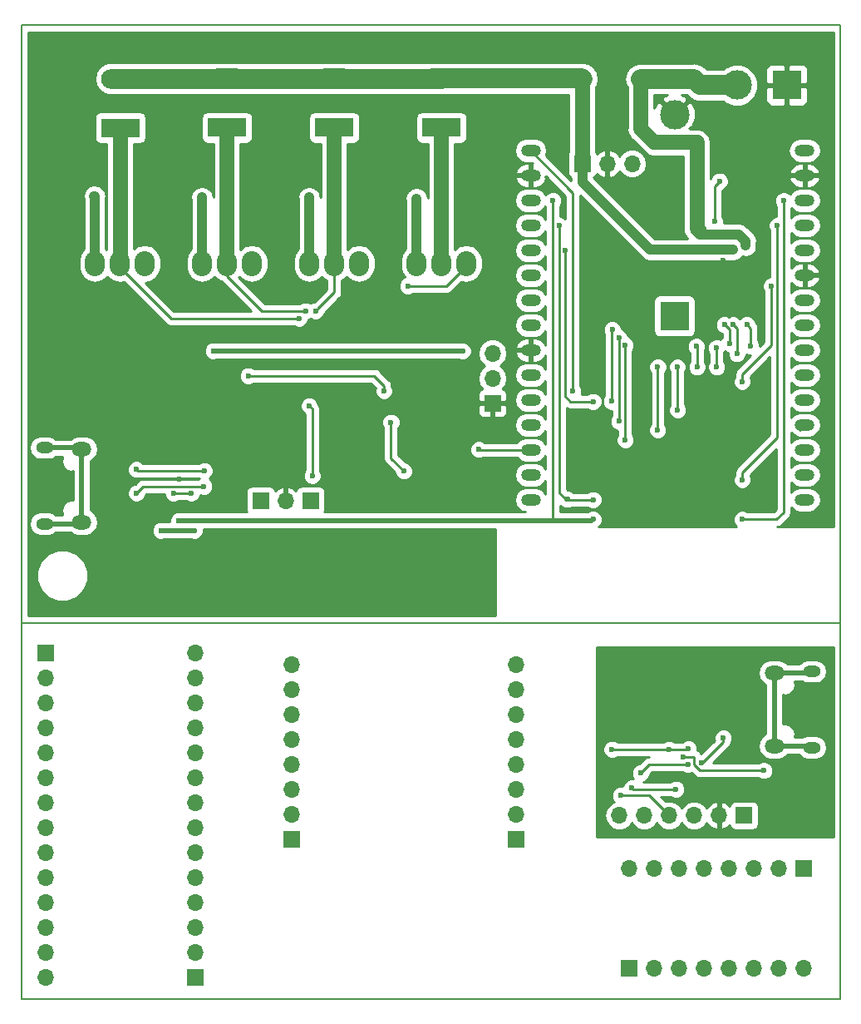
<source format=gbr>
%TF.GenerationSoftware,KiCad,Pcbnew,5.0.0-fee4fd1~66~ubuntu18.04.1*%
%TF.CreationDate,2019-06-24T19:08:59-03:00*%
%TF.ProjectId,Placa tesis,506C6163612074657369732E6B696361,rev?*%
%TF.SameCoordinates,Original*%
%TF.FileFunction,Copper,L2,Bot,Signal*%
%TF.FilePolarity,Positive*%
%FSLAX46Y46*%
G04 Gerber Fmt 4.6, Leading zero omitted, Abs format (unit mm)*
G04 Created by KiCad (PCBNEW 5.0.0-fee4fd1~66~ubuntu18.04.1) date Mon Jun 24 19:08:59 2019*
%MOMM*%
%LPD*%
G01*
G04 APERTURE LIST*
%TA.AperFunction,NonConductor*%
%ADD10C,0.150000*%
%TD*%
%TA.AperFunction,ComponentPad*%
%ADD11O,1.700000X1.700000*%
%TD*%
%TA.AperFunction,ComponentPad*%
%ADD12R,1.700000X1.700000*%
%TD*%
%TA.AperFunction,ComponentPad*%
%ADD13O,3.960000X1.980000*%
%TD*%
%TA.AperFunction,ComponentPad*%
%ADD14R,3.960000X1.980000*%
%TD*%
%TA.AperFunction,ComponentPad*%
%ADD15O,2.000000X1.200000*%
%TD*%
%TA.AperFunction,ComponentPad*%
%ADD16O,2.032000X2.540000*%
%TD*%
%TA.AperFunction,ComponentPad*%
%ADD17O,1.800000X1.150000*%
%TD*%
%TA.AperFunction,ComponentPad*%
%ADD18O,2.000000X1.450000*%
%TD*%
%TA.AperFunction,ComponentPad*%
%ADD19C,3.000000*%
%TD*%
%TA.AperFunction,ComponentPad*%
%ADD20R,3.000000X3.000000*%
%TD*%
%TA.AperFunction,ViaPad*%
%ADD21C,0.600000*%
%TD*%
%TA.AperFunction,Conductor*%
%ADD22C,0.250000*%
%TD*%
%TA.AperFunction,Conductor*%
%ADD23C,0.500000*%
%TD*%
%TA.AperFunction,Conductor*%
%ADD24C,2.000000*%
%TD*%
%TA.AperFunction,Conductor*%
%ADD25C,1.000000*%
%TD*%
%TA.AperFunction,Conductor*%
%ADD26C,1.500000*%
%TD*%
%TA.AperFunction,Conductor*%
%ADD27C,0.254000*%
%TD*%
G04 APERTURE END LIST*
D10*
X70485000Y-140119100D02*
X153924000Y-140119100D01*
X70485000Y-101854000D02*
X153924000Y-101854000D01*
X153924000Y-41021000D02*
X153924000Y-140119100D01*
X70485000Y-41021000D02*
X70485000Y-140119100D01*
X70485000Y-41021000D02*
X153924000Y-41021000D01*
D11*
%TO.P,J1,3*%
%TO.N,V5*%
X132715000Y-55118000D03*
%TO.P,J1,2*%
%TO.N,GND*%
X130175000Y-55118000D03*
D12*
%TO.P,J1,1*%
%TO.N,Vin*%
X127635000Y-55118000D03*
%TD*%
%TO.P,J7,1*%
%TO.N,Net-(J7-Pad1)*%
X97996544Y-123860024D03*
D11*
%TO.P,J7,2*%
%TO.N,Net-(J7-Pad2)*%
X97996544Y-121320024D03*
%TO.P,J7,3*%
%TO.N,Net-(J7-Pad3)*%
X97996544Y-118780024D03*
%TO.P,J7,4*%
%TO.N,Net-(J7-Pad4)*%
X97996544Y-116240024D03*
%TO.P,J7,5*%
%TO.N,Net-(J7-Pad5)*%
X97996544Y-113700024D03*
%TO.P,J7,6*%
%TO.N,Net-(J7-Pad6)*%
X97996544Y-111160024D03*
%TO.P,J7,7*%
%TO.N,Net-(J7-Pad7)*%
X97996544Y-108620024D03*
%TO.P,J7,8*%
%TO.N,Net-(J7-Pad8)*%
X97996544Y-106080024D03*
%TD*%
D12*
%TO.P,OutP,1*%
%TO.N,OutP*%
X94869000Y-89408000D03*
%TD*%
D11*
%TO.P,TH1,2*%
%TO.N,GND*%
X97409000Y-89408000D03*
D12*
%TO.P,TH1,1*%
%TO.N,Net-(R10-Pad2)*%
X99949000Y-89408000D03*
%TD*%
D13*
%TO.P,D1,2*%
%TO.N,Vin*%
X80579001Y-46453001D03*
D14*
%TO.P,D1,1*%
%TO.N,DR1*%
X80579001Y-51453001D03*
%TD*%
D13*
%TO.P,D2,2*%
%TO.N,Vin*%
X91440000Y-46435000D03*
D14*
%TO.P,D2,1*%
%TO.N,DR2*%
X91440000Y-51435000D03*
%TD*%
%TO.P,D4,1*%
%TO.N,DR4*%
X113284000Y-51435000D03*
D13*
%TO.P,D4,2*%
%TO.N,Vin*%
X113284000Y-46435000D03*
%TD*%
D14*
%TO.P,D3,1*%
%TO.N,DR3*%
X102362000Y-51435000D03*
D13*
%TO.P,D3,2*%
%TO.N,Vin*%
X102362000Y-46435000D03*
%TD*%
D15*
%TO.P,U2,30*%
%TO.N,D0*%
X122382978Y-89333063D03*
%TO.P,U2,1*%
%TO.N,ADC*%
X150282978Y-89333063D03*
%TO.P,U2,29*%
%TO.N,D1*%
X122382978Y-86793063D03*
%TO.P,U2,2*%
%TO.N,Net-(U2-Pad2)*%
X150282978Y-86793063D03*
%TO.P,U2,28*%
%TO.N,D2*%
X122382978Y-84253063D03*
%TO.P,U2,3*%
%TO.N,Net-(U2-Pad3)*%
X150282978Y-84253063D03*
%TO.P,U2,27*%
%TO.N,D3*%
X122382978Y-81713063D03*
%TO.P,U2,4*%
%TO.N,S3*%
X150282978Y-81713063D03*
%TO.P,U2,26*%
%TO.N,D4*%
X122382978Y-79173063D03*
%TO.P,U2,5*%
%TO.N,S2*%
X150282978Y-79173063D03*
%TO.P,U2,25*%
%TO.N,Net-(U2-Pad11)*%
X122382978Y-76633063D03*
%TO.P,U2,6*%
%TO.N,MOSI*%
X150282978Y-76633063D03*
%TO.P,U2,24*%
%TO.N,GND*%
X122382978Y-74093063D03*
%TO.P,U2,7*%
%TO.N,CS*%
X150282978Y-74093063D03*
%TO.P,U2,23*%
%TO.N,D5*%
X122382978Y-71553063D03*
%TO.P,U2,8*%
%TO.N,MISO*%
X150282978Y-71553063D03*
%TO.P,U2,22*%
%TO.N,D6*%
X122382978Y-69013063D03*
%TO.P,U2,9*%
%TO.N,CLK*%
X150282978Y-69013063D03*
%TO.P,U2,21*%
%TO.N,D7*%
X122382978Y-66473063D03*
%TO.P,U2,10*%
%TO.N,GND*%
X150282978Y-66473063D03*
%TO.P,U2,20*%
%TO.N,D8*%
X122382978Y-63933063D03*
%TO.P,U2,11*%
%TO.N,Net-(U2-Pad11)*%
X150282978Y-63933063D03*
%TO.P,U2,19*%
%TO.N,RX*%
X122382978Y-61393063D03*
%TO.P,U2,12*%
%TO.N,EN_esp*%
X150282978Y-61393063D03*
%TO.P,U2,18*%
%TO.N,TX*%
X122382978Y-58853063D03*
%TO.P,U2,13*%
%TO.N,RST_esp*%
X150282978Y-58853063D03*
%TO.P,U2,17*%
%TO.N,GND*%
X122382978Y-56313063D03*
%TO.P,U2,14*%
X150282978Y-56313063D03*
%TO.P,U2,16*%
%TO.N,Net-(U2-Pad11)*%
X122382978Y-53773063D03*
%TO.P,U2,15*%
%TO.N,V5*%
X150282978Y-53773063D03*
%TD*%
D16*
%TO.P,Q1,1*%
%TO.N,GD1*%
X83058000Y-65278000D03*
%TO.P,Q1,3*%
%TO.N,SE1*%
X77978000Y-65278000D03*
%TO.P,Q1,2*%
%TO.N,DR1*%
X80518000Y-65278000D03*
%TD*%
%TO.P,Q2,2*%
%TO.N,DR2*%
X91440000Y-65278000D03*
%TO.P,Q2,3*%
%TO.N,SE2*%
X88900000Y-65278000D03*
%TO.P,Q2,1*%
%TO.N,GD2*%
X93980000Y-65278000D03*
%TD*%
%TO.P,Q3,1*%
%TO.N,GD3*%
X104902000Y-65278000D03*
%TO.P,Q3,3*%
%TO.N,SE3*%
X99822000Y-65278000D03*
%TO.P,Q3,2*%
%TO.N,DR3*%
X102362000Y-65278000D03*
%TD*%
%TO.P,Q4,2*%
%TO.N,DR4*%
X113284000Y-65278000D03*
%TO.P,Q4,3*%
%TO.N,SE4*%
X110744000Y-65278000D03*
%TO.P,Q4,1*%
%TO.N,GD4*%
X115824000Y-65278000D03*
%TD*%
D17*
%TO.P,J2,6*%
%TO.N,Net-(J2-Pad6)*%
X72853000Y-91759000D03*
X72853000Y-84009000D03*
D18*
X76653000Y-91609000D03*
X76653000Y-84159000D03*
%TD*%
D11*
%TO.P,J4,3*%
%TO.N,V5*%
X118491000Y-74422000D03*
%TO.P,J4,2*%
%TO.N,D3*%
X118491000Y-76962000D03*
D12*
%TO.P,J4,1*%
%TO.N,GND*%
X118491000Y-79502000D03*
%TD*%
D19*
%TO.P,J3,2*%
%TO.N,VinS*%
X143383000Y-47117000D03*
D20*
%TO.P,J3,1*%
%TO.N,GND*%
X148463000Y-47117000D03*
%TD*%
D11*
%TO.P,J5,8*%
%TO.N,Net-(J5-Pad8)*%
X150169065Y-136973947D03*
%TO.P,J5,7*%
%TO.N,Net-(J5-Pad7)*%
X147629065Y-136973947D03*
%TO.P,J5,6*%
%TO.N,Net-(J5-Pad6)*%
X145089065Y-136973947D03*
%TO.P,J5,5*%
%TO.N,Net-(J5-Pad5)*%
X142549065Y-136973947D03*
%TO.P,J5,4*%
%TO.N,Net-(J5-Pad4)*%
X140009065Y-136973947D03*
%TO.P,J5,3*%
%TO.N,Net-(J5-Pad3)*%
X137469065Y-136973947D03*
%TO.P,J5,2*%
%TO.N,Net-(J5-Pad2)*%
X134929065Y-136973947D03*
D12*
%TO.P,J5,1*%
%TO.N,Net-(J5-Pad1)*%
X132389065Y-136973947D03*
%TD*%
D11*
%TO.P,J6,8*%
%TO.N,Net-(J6-Pad8)*%
X132389065Y-126813947D03*
%TO.P,J6,7*%
%TO.N,Net-(J6-Pad7)*%
X134929065Y-126813947D03*
%TO.P,J6,6*%
%TO.N,Net-(J6-Pad6)*%
X137469065Y-126813947D03*
%TO.P,J6,5*%
%TO.N,Net-(J6-Pad5)*%
X140009065Y-126813947D03*
%TO.P,J6,4*%
%TO.N,Net-(J6-Pad4)*%
X142549065Y-126813947D03*
%TO.P,J6,3*%
%TO.N,Net-(J6-Pad3)*%
X145089065Y-126813947D03*
%TO.P,J6,2*%
%TO.N,Net-(J6-Pad2)*%
X147629065Y-126813947D03*
D12*
%TO.P,J6,1*%
%TO.N,Net-(J6-Pad1)*%
X150169065Y-126813947D03*
%TD*%
%TO.P,J8,1*%
%TO.N,Net-(J8-Pad1)*%
X120856544Y-123860024D03*
D11*
%TO.P,J8,2*%
%TO.N,Net-(J8-Pad2)*%
X120856544Y-121320024D03*
%TO.P,J8,3*%
%TO.N,Net-(J8-Pad3)*%
X120856544Y-118780024D03*
%TO.P,J8,4*%
%TO.N,Net-(J8-Pad4)*%
X120856544Y-116240024D03*
%TO.P,J8,5*%
%TO.N,Net-(J8-Pad5)*%
X120856544Y-113700024D03*
%TO.P,J8,6*%
%TO.N,Net-(J8-Pad6)*%
X120856544Y-111160024D03*
%TO.P,J8,7*%
%TO.N,Net-(J8-Pad7)*%
X120856544Y-108620024D03*
%TO.P,J8,8*%
%TO.N,Net-(J8-Pad8)*%
X120856544Y-106080024D03*
%TD*%
%TO.P,J9,14*%
%TO.N,Net-(J9-Pad14)*%
X72961500Y-137922000D03*
%TO.P,J9,13*%
%TO.N,Net-(J9-Pad13)*%
X72961500Y-135382000D03*
%TO.P,J9,12*%
%TO.N,Net-(J9-Pad12)*%
X72961500Y-132842000D03*
%TO.P,J9,11*%
%TO.N,Net-(J9-Pad11)*%
X72961500Y-130302000D03*
%TO.P,J9,10*%
%TO.N,Net-(J9-Pad10)*%
X72961500Y-127762000D03*
%TO.P,J9,9*%
%TO.N,Net-(J9-Pad9)*%
X72961500Y-125222000D03*
%TO.P,J9,8*%
%TO.N,Net-(J9-Pad8)*%
X72961500Y-122682000D03*
%TO.P,J9,7*%
%TO.N,Net-(J9-Pad7)*%
X72961500Y-120142000D03*
%TO.P,J9,6*%
%TO.N,Net-(J9-Pad6)*%
X72961500Y-117602000D03*
%TO.P,J9,5*%
%TO.N,Net-(J9-Pad5)*%
X72961500Y-115062000D03*
%TO.P,J9,4*%
%TO.N,Net-(J9-Pad4)*%
X72961500Y-112522000D03*
%TO.P,J9,3*%
%TO.N,Net-(J9-Pad3)*%
X72961500Y-109982000D03*
%TO.P,J9,2*%
%TO.N,Net-(J9-Pad2)*%
X72961500Y-107442000D03*
D12*
%TO.P,J9,1*%
%TO.N,Net-(J9-Pad1)*%
X72961500Y-104902000D03*
%TD*%
%TO.P,J10,1*%
%TO.N,Net-(J10-Pad1)*%
X88201500Y-137922000D03*
D11*
%TO.P,J10,2*%
%TO.N,Net-(J10-Pad2)*%
X88201500Y-135382000D03*
%TO.P,J10,3*%
%TO.N,Net-(J10-Pad3)*%
X88201500Y-132842000D03*
%TO.P,J10,4*%
%TO.N,Net-(J10-Pad4)*%
X88201500Y-130302000D03*
%TO.P,J10,5*%
%TO.N,Net-(J10-Pad5)*%
X88201500Y-127762000D03*
%TO.P,J10,6*%
%TO.N,Net-(J10-Pad6)*%
X88201500Y-125222000D03*
%TO.P,J10,7*%
%TO.N,Net-(J10-Pad7)*%
X88201500Y-122682000D03*
%TO.P,J10,8*%
%TO.N,Net-(J10-Pad8)*%
X88201500Y-120142000D03*
%TO.P,J10,9*%
%TO.N,Net-(J10-Pad9)*%
X88201500Y-117602000D03*
%TO.P,J10,10*%
%TO.N,Net-(J10-Pad10)*%
X88201500Y-115062000D03*
%TO.P,J10,11*%
%TO.N,Net-(J10-Pad11)*%
X88201500Y-112522000D03*
%TO.P,J10,12*%
%TO.N,Net-(J10-Pad12)*%
X88201500Y-109982000D03*
%TO.P,J10,13*%
%TO.N,Net-(J10-Pad13)*%
X88201500Y-107442000D03*
%TO.P,J10,14*%
%TO.N,Net-(J10-Pad14)*%
X88201500Y-104902000D03*
%TD*%
D17*
%TO.P,J11,6*%
%TO.N,Net-(J11-Pad6)*%
X151014586Y-106782103D03*
X151014586Y-114532103D03*
D18*
X147214586Y-106932103D03*
X147214586Y-114382103D03*
%TD*%
D11*
%TO.P,J12,6*%
%TO.N,Net-(J12-Pad6)*%
X131411586Y-121452103D03*
%TO.P,J12,5*%
%TO.N,Net-(J12-Pad5)*%
X133951586Y-121452103D03*
%TO.P,J12,4*%
%TO.N,Net-(J12-Pad4)*%
X136491586Y-121452103D03*
%TO.P,J12,3*%
%TO.N,Net-(J12-Pad3)*%
X139031586Y-121452103D03*
%TO.P,J12,2*%
%TO.N,GND2*%
X141571586Y-121452103D03*
D12*
%TO.P,J12,1*%
%TO.N,Net-(C11-Pad1)*%
X144111586Y-121452103D03*
%TD*%
D20*
%TO.P,BT1,1*%
%TO.N,Net-(BT1-Pad1)*%
X137033000Y-70612000D03*
D19*
%TO.P,BT1,2*%
%TO.N,GND*%
X137033000Y-50122000D03*
%TD*%
D21*
%TO.N,Net-(U2-Pad11)*%
X143932978Y-77309063D03*
X126680978Y-78284063D03*
X146893950Y-67564000D03*
%TO.N,GND*%
X99314000Y-75311000D03*
X94996000Y-75311000D03*
X92202000Y-84455000D03*
X86614000Y-87249000D03*
X128732978Y-77309063D03*
X140843004Y-70739000D03*
X142007972Y-64965054D03*
X145034000Y-64897000D03*
%TO.N,VinS*%
X139498000Y-46990000D03*
X139581681Y-62290743D03*
X144272000Y-63373002D03*
X134990000Y-52959000D03*
X133608000Y-51577000D03*
X139319004Y-52959000D03*
X133608000Y-46482000D03*
%TO.N,DR1*%
X98806000Y-70866000D03*
%TO.N,V5*%
X141605000Y-56896000D03*
X141097003Y-60960003D03*
X90043000Y-74168000D03*
X115443000Y-74189000D03*
%TO.N,VccLED*%
X108152000Y-81431000D03*
X109476582Y-86405586D03*
%TO.N,SE4*%
X110755893Y-58674000D03*
X110744000Y-61433241D03*
%TO.N,GD4*%
X109854998Y-67564000D03*
%TO.N,SE3*%
X99809421Y-58547000D03*
X99822000Y-61317694D03*
%TO.N,SE2*%
X88880285Y-58536516D03*
X88900000Y-61350231D03*
%TO.N,SE1*%
X77926000Y-58420000D03*
X77978000Y-61266000D03*
%TO.N,MOSI*%
X143002000Y-71500994D03*
X143384136Y-74450457D03*
%TO.N,CS*%
X141332978Y-75809063D03*
X144788681Y-73677724D03*
X144399000Y-71501000D03*
X141285972Y-73846021D03*
%TO.N,MISO*%
X139332978Y-75809063D03*
X139253978Y-73712063D03*
X142112994Y-71501000D03*
X142629681Y-73396010D03*
%TO.N,Vin*%
X124587000Y-46435000D03*
X117729000Y-46435000D03*
X142999194Y-63881000D03*
X127635000Y-46990000D03*
X127635000Y-51435000D03*
%TO.N,DR2*%
X99441000Y-70104000D03*
%TO.N,DR3*%
X100457012Y-70104000D03*
%TO.N,RX*%
X128732978Y-89309063D03*
X125283978Y-61393067D03*
X84709000Y-92456000D03*
X126111000Y-89281000D03*
X88138000Y-92455998D03*
%TO.N,EN_esp*%
X143932978Y-87309063D03*
X143932978Y-87309063D03*
X147518960Y-61393063D03*
%TO.N,TX*%
X128732978Y-91309063D03*
X124648978Y-58853057D03*
X86560500Y-91440000D03*
%TO.N,RST_esp*%
X143932978Y-91309063D03*
X148143970Y-58853063D03*
%TO.N,D1*%
X107442000Y-78232000D03*
X93599000Y-76708000D03*
%TO.N,D2*%
X117093998Y-84201000D03*
%TO.N,S3*%
X135332978Y-75809063D03*
X135316978Y-82221063D03*
%TO.N,S2*%
X137332978Y-75809063D03*
X137332978Y-75809063D03*
X137348978Y-80189063D03*
%TO.N,D5*%
X132014978Y-83237063D03*
X132014972Y-73585063D03*
%TO.N,D6*%
X131379978Y-81332063D03*
X131379978Y-72823063D03*
%TO.N,D7*%
X130617978Y-79300063D03*
X130683012Y-72009000D03*
%TO.N,D8*%
X128732978Y-79309063D03*
X125918978Y-63933067D03*
%TO.N,Net-(C8-Pad1)*%
X87810500Y-88646000D03*
X85979000Y-88646000D03*
%TO.N,Net-(R11-Pad1)*%
X89090500Y-87947500D03*
X82222000Y-88646000D03*
%TO.N,Net-(R19-Pad1)*%
X89154000Y-86360000D03*
X82222000Y-86233000D03*
%TO.N,Net-(R27-Pad2)*%
X100129000Y-86868000D03*
X99822000Y-79756000D03*
%TO.N,Net-(C11-Pad1)*%
X146143586Y-116880103D03*
X137888586Y-115483103D03*
%TO.N,Net-(C16-Pad1)*%
X130670586Y-114721103D03*
X138460086Y-114693103D03*
X136491586Y-114721103D03*
%TO.N,Net-(R28-Pad1)*%
X142006098Y-113570445D03*
X139793586Y-116118103D03*
%TO.N,Net-(J12-Pad5)*%
X137190086Y-118785103D03*
X132681586Y-118658103D03*
%TO.N,Net-(J12-Pad4)*%
X131538586Y-119420101D03*
%TO.N,Net-(J12-Pad3)*%
X133570584Y-117134103D03*
X138396588Y-116245105D03*
%TO.N,GND2*%
X137761586Y-110911103D03*
%TD*%
D22*
%TO.N,Net-(U2-Pad11)*%
X122255978Y-76506063D02*
X122382978Y-76633063D01*
X146893950Y-67988264D02*
X146893950Y-67564000D01*
X146893950Y-73598091D02*
X146893950Y-67988264D01*
X143932978Y-77309063D02*
X143932978Y-76559063D01*
X143932978Y-76559063D02*
X146893950Y-73598091D01*
X122382978Y-53802978D02*
X122382978Y-53773063D01*
X126680978Y-78284063D02*
X126680978Y-58100978D01*
X126680978Y-58100978D02*
X122382978Y-53802978D01*
%TO.N,GND*%
X150282978Y-66473063D02*
X149882978Y-66473063D01*
X148778978Y-47432978D02*
X148463000Y-47117000D01*
D23*
%TO.N,VinS*%
X139581681Y-47073681D02*
X139498000Y-46990000D01*
D24*
X139625000Y-47117000D02*
X139498000Y-46990000D01*
X143383000Y-47117000D02*
X139625000Y-47117000D01*
D22*
X144272000Y-63456736D02*
X144272000Y-63373002D01*
D25*
X144272000Y-62992000D02*
X144272000Y-63456736D01*
X139581681Y-62290743D02*
X143570743Y-62290743D01*
X143570743Y-62290743D02*
X144272000Y-62992000D01*
X139581681Y-61730681D02*
X139581681Y-62290743D01*
X139573000Y-61722000D02*
X139581681Y-61730681D01*
D26*
X134990000Y-52959000D02*
X133608000Y-51577000D01*
X134990000Y-52959000D02*
X139319004Y-52959000D01*
X139573000Y-61976000D02*
X139319004Y-61722004D01*
X139319004Y-53383264D02*
X139319004Y-52959000D01*
X139319004Y-61722004D02*
X139319004Y-53383264D01*
X133608000Y-51577000D02*
X133608000Y-46482000D01*
D24*
X138990000Y-46482000D02*
X139498000Y-46990000D01*
X133608000Y-46482000D02*
X138990000Y-46482000D01*
D26*
%TO.N,DR1*%
X80518000Y-51514002D02*
X80579001Y-51453001D01*
D22*
X80518000Y-65659000D02*
X80518000Y-65278000D01*
X98806000Y-70866000D02*
X85725000Y-70866000D01*
X85725000Y-70866000D02*
X80518000Y-65659000D01*
D26*
X80579001Y-65216999D02*
X80518000Y-65278000D01*
X80579001Y-51453001D02*
X80579001Y-65216999D01*
D22*
%TO.N,V5*%
X141097003Y-57403997D02*
X141097003Y-60535739D01*
X141605000Y-56896000D02*
X141097003Y-57403997D01*
X141097003Y-60535739D02*
X141097003Y-60960003D01*
D23*
X90043000Y-74168000D02*
X115422000Y-74168000D01*
X115422000Y-74168000D02*
X115443000Y-74189000D01*
D22*
%TO.N,VccLED*%
X108152000Y-81431000D02*
X108152000Y-85081004D01*
X108152000Y-85081004D02*
X109476582Y-86405586D01*
D25*
%TO.N,SE4*%
X110744000Y-58685893D02*
X110755893Y-58674000D01*
X110744000Y-65278000D02*
X110744000Y-58685893D01*
D22*
%TO.N,GD4*%
X115824000Y-65278000D02*
X115824000Y-65532000D01*
X115824000Y-65532000D02*
X113792000Y-67564000D01*
X110279262Y-67564000D02*
X109854998Y-67564000D01*
X113792000Y-67564000D02*
X110279262Y-67564000D01*
D25*
%TO.N,SE3*%
X99822000Y-58559579D02*
X99809421Y-58547000D01*
X99822000Y-65278000D02*
X99822000Y-58559579D01*
%TO.N,SE2*%
X88900000Y-58556231D02*
X88880285Y-58536516D01*
X88900000Y-65278000D02*
X88900000Y-58556231D01*
%TO.N,SE1*%
X77978000Y-58472000D02*
X77926000Y-58420000D01*
X77978000Y-65278000D02*
X77978000Y-58472000D01*
D22*
%TO.N,MOSI*%
X143002000Y-71500994D02*
X143384136Y-71883130D01*
X143384136Y-74026193D02*
X143384136Y-74450457D01*
X143384136Y-71883130D02*
X143384136Y-74026193D01*
%TO.N,CS*%
X144698999Y-71800999D02*
X144399000Y-71501000D01*
X144788681Y-71890681D02*
X144698999Y-71800999D01*
X144788681Y-73677724D02*
X144788681Y-71890681D01*
X141332978Y-73893027D02*
X141285972Y-73846021D01*
X141332978Y-75809063D02*
X141332978Y-73893027D01*
%TO.N,MISO*%
X139332978Y-75809063D02*
X139332978Y-73791063D01*
X139332978Y-73791063D02*
X139253978Y-73712063D01*
X142629681Y-72017687D02*
X142629681Y-72971746D01*
X142112994Y-71501000D02*
X142629681Y-72017687D01*
X142629681Y-72971746D02*
X142629681Y-73396010D01*
D24*
%TO.N,Vin*%
X113265999Y-46453001D02*
X113284000Y-46435000D01*
X80579001Y-46453001D02*
X113265999Y-46453001D01*
X113284000Y-46435000D02*
X121285000Y-46435000D01*
X121285000Y-46435000D02*
X124587000Y-46435000D01*
D25*
X134548000Y-63881000D02*
X142999194Y-63881000D01*
X127635000Y-55118000D02*
X127635000Y-56968000D01*
X127635000Y-56968000D02*
X134548000Y-63881000D01*
D26*
X127635000Y-55118000D02*
X127635000Y-46482000D01*
D24*
X127588000Y-46435000D02*
X124587000Y-46435000D01*
X127635000Y-46482000D02*
X127588000Y-46435000D01*
D22*
%TO.N,DR2*%
X91440000Y-66548000D02*
X91440000Y-65278000D01*
X99441000Y-70104000D02*
X94996000Y-70104000D01*
X94996000Y-70104000D02*
X91440000Y-66548000D01*
D26*
X91440000Y-51435000D02*
X91440000Y-65278000D01*
D22*
%TO.N,DR3*%
X100757011Y-69804001D02*
X100457012Y-70104000D01*
X102362000Y-65278000D02*
X102362000Y-68199012D01*
X102362000Y-68199012D02*
X100757011Y-69804001D01*
D26*
X102362000Y-51435000D02*
X102362000Y-65278000D01*
%TO.N,DR4*%
X113284000Y-51435000D02*
X113284000Y-65278000D01*
D22*
%TO.N,RX*%
X128732978Y-89309063D02*
X126783978Y-89309063D01*
X125283978Y-61817331D02*
X125283978Y-61393067D01*
X125283978Y-88580978D02*
X125283978Y-61817331D01*
X126783978Y-89309063D02*
X126012063Y-89309063D01*
X126012063Y-89309063D02*
X125283978Y-88580978D01*
D23*
X88137998Y-92456000D02*
X88138000Y-92455998D01*
X84709000Y-92456000D02*
X88137998Y-92456000D01*
D22*
%TO.N,EN_esp*%
X147518960Y-61817327D02*
X147518960Y-61393063D01*
X143932978Y-86559063D02*
X147518960Y-82973081D01*
X147518960Y-82973081D02*
X147518960Y-61817327D01*
X143932978Y-87309063D02*
X143932978Y-86559063D01*
%TO.N,TX*%
X128602041Y-91440000D02*
X128732978Y-91309063D01*
X124648978Y-59277321D02*
X124648978Y-58853057D01*
X128602041Y-91440000D02*
X124648978Y-91440000D01*
X124648978Y-91440000D02*
X124648978Y-59277321D01*
D23*
X90391004Y-91440000D02*
X128602041Y-91440000D01*
X86560500Y-91440000D02*
X90391004Y-91440000D01*
D22*
%TO.N,RST_esp*%
X148143970Y-59277327D02*
X148143970Y-58853063D01*
X143932978Y-91309063D02*
X147437978Y-91309063D01*
X148143970Y-90603071D02*
X148143970Y-59277327D01*
X147437978Y-91309063D02*
X148143970Y-90603071D01*
%TO.N,D1*%
X106426000Y-76708000D02*
X93599000Y-76708000D01*
X107442000Y-78232000D02*
X107442000Y-77724000D01*
X107442000Y-77724000D02*
X106426000Y-76708000D01*
%TO.N,D2*%
X117146061Y-84253063D02*
X117093998Y-84201000D01*
X122382978Y-84253063D02*
X117146061Y-84253063D01*
%TO.N,S3*%
X135332978Y-75809063D02*
X135332978Y-82205063D01*
X135332978Y-82205063D02*
X135316978Y-82221063D01*
X150282978Y-81713063D02*
X150282978Y-81733063D01*
X149794978Y-82221063D02*
X149774978Y-82221063D01*
X150282978Y-81733063D02*
X149794978Y-82221063D01*
%TO.N,S2*%
X137332978Y-76959063D02*
X137348978Y-76975063D01*
X137332978Y-75809063D02*
X137332978Y-76959063D01*
X137348978Y-76975063D02*
X137348978Y-80189063D01*
%TO.N,D5*%
X122382978Y-71553063D02*
X122782978Y-71553063D01*
X132014978Y-83237063D02*
X132014978Y-73585069D01*
X132014978Y-73585069D02*
X132014972Y-73585063D01*
%TO.N,D6*%
X131379978Y-72950063D02*
X131379978Y-72823063D01*
X131379978Y-81332063D02*
X131379978Y-72950063D01*
%TO.N,D7*%
X122382978Y-66473063D02*
X122782978Y-66473063D01*
X130617978Y-79300063D02*
X130617978Y-72074034D01*
X130617978Y-72074034D02*
X130683012Y-72009000D01*
%TO.N,D8*%
X125918978Y-64357331D02*
X125918978Y-63933067D01*
X125918978Y-78792063D02*
X125918978Y-64357331D01*
X128732978Y-79309063D02*
X126435978Y-79309063D01*
X126435978Y-79309063D02*
X125918978Y-78792063D01*
%TO.N,Net-(C8-Pad1)*%
X87810500Y-88646000D02*
X85979000Y-88646000D01*
D23*
%TO.N,Net-(J2-Pad6)*%
X76653000Y-84159000D02*
X76653000Y-91609000D01*
X76503000Y-84009000D02*
X76653000Y-84159000D01*
X72853000Y-84009000D02*
X76503000Y-84009000D01*
X76503000Y-91759000D02*
X76653000Y-91609000D01*
X72853000Y-91759000D02*
X76503000Y-91759000D01*
D22*
%TO.N,Net-(R11-Pad1)*%
X89090500Y-87947500D02*
X82920500Y-87947500D01*
X82920500Y-87947500D02*
X82222000Y-88646000D01*
%TO.N,Net-(R19-Pad1)*%
X89154000Y-86360000D02*
X82349000Y-86360000D01*
X82349000Y-86360000D02*
X82222000Y-86233000D01*
%TO.N,Net-(R27-Pad2)*%
X100129000Y-80063000D02*
X99822000Y-79756000D01*
X100129000Y-86868000D02*
X100129000Y-80063000D01*
%TO.N,Net-(C11-Pad1)*%
X139630584Y-116880103D02*
X139031586Y-116281105D01*
X146143586Y-116880103D02*
X139630584Y-116880103D01*
X139031586Y-116281105D02*
X139031586Y-115483103D01*
X139031586Y-115483103D02*
X137888586Y-115483103D01*
%TO.N,Net-(C16-Pad1)*%
X138432086Y-114721103D02*
X138460086Y-114693103D01*
X130670586Y-114721103D02*
X136491586Y-114721103D01*
X136491586Y-114721103D02*
X138432086Y-114721103D01*
D23*
%TO.N,Net-(J11-Pad6)*%
X150864586Y-106932103D02*
X151014586Y-106782103D01*
X147214586Y-106932103D02*
X150864586Y-106932103D01*
X150864586Y-114382103D02*
X151014586Y-114532103D01*
X147214586Y-114382103D02*
X150864586Y-114382103D01*
X147214586Y-114382103D02*
X147214586Y-106932103D01*
D22*
%TO.N,Net-(R28-Pad1)*%
X139858440Y-116118103D02*
X139793586Y-116118103D01*
X142006098Y-113570445D02*
X142006098Y-113970445D01*
X142006098Y-113970445D02*
X139858440Y-116118103D01*
%TO.N,Net-(J12-Pad5)*%
X132808586Y-118785103D02*
X132681586Y-118658103D01*
X137190086Y-118785103D02*
X132808586Y-118785103D01*
%TO.N,Net-(J12-Pad4)*%
X131962850Y-119420101D02*
X131538586Y-119420101D01*
X136491586Y-121452103D02*
X134459584Y-119420101D01*
X134459584Y-119420101D02*
X131962850Y-119420101D01*
%TO.N,Net-(J12-Pad3)*%
X133570584Y-117134103D02*
X134459582Y-116245105D01*
X134459582Y-116245105D02*
X137972324Y-116245105D01*
X137972324Y-116245105D02*
X138396588Y-116245105D01*
%TD*%
D27*
%TO.N,GND*%
G36*
X153214001Y-92075000D02*
X147482978Y-92075000D01*
X147512825Y-92069063D01*
X147512830Y-92069063D01*
X147734515Y-92024967D01*
X147985907Y-91856992D01*
X148028308Y-91793534D01*
X148628446Y-91193398D01*
X148691899Y-91151000D01*
X148734297Y-91087547D01*
X148734299Y-91087545D01*
X148859873Y-90899609D01*
X148859874Y-90899608D01*
X148903970Y-90677923D01*
X148903970Y-90677919D01*
X148918858Y-90603072D01*
X148903970Y-90528225D01*
X148903970Y-90090814D01*
X148992593Y-90223448D01*
X149401105Y-90496407D01*
X149761342Y-90568063D01*
X150804614Y-90568063D01*
X151164851Y-90496407D01*
X151573363Y-90223448D01*
X151846322Y-89814936D01*
X151942173Y-89333063D01*
X151846322Y-88851190D01*
X151573363Y-88442678D01*
X151164851Y-88169719D01*
X150804614Y-88098063D01*
X149761342Y-88098063D01*
X149401105Y-88169719D01*
X148992593Y-88442678D01*
X148903970Y-88575312D01*
X148903970Y-87550814D01*
X148992593Y-87683448D01*
X149401105Y-87956407D01*
X149761342Y-88028063D01*
X150804614Y-88028063D01*
X151164851Y-87956407D01*
X151573363Y-87683448D01*
X151846322Y-87274936D01*
X151942173Y-86793063D01*
X151846322Y-86311190D01*
X151573363Y-85902678D01*
X151164851Y-85629719D01*
X150804614Y-85558063D01*
X149761342Y-85558063D01*
X149401105Y-85629719D01*
X148992593Y-85902678D01*
X148903970Y-86035312D01*
X148903970Y-85010814D01*
X148992593Y-85143448D01*
X149401105Y-85416407D01*
X149761342Y-85488063D01*
X150804614Y-85488063D01*
X151164851Y-85416407D01*
X151573363Y-85143448D01*
X151846322Y-84734936D01*
X151942173Y-84253063D01*
X151846322Y-83771190D01*
X151573363Y-83362678D01*
X151164851Y-83089719D01*
X150804614Y-83018063D01*
X149761342Y-83018063D01*
X149401105Y-83089719D01*
X148992593Y-83362678D01*
X148903970Y-83495312D01*
X148903970Y-82470814D01*
X148992593Y-82603448D01*
X149216323Y-82752940D01*
X149227049Y-82768992D01*
X149478441Y-82936967D01*
X149700126Y-82981063D01*
X149720131Y-82981063D01*
X149794978Y-82995951D01*
X149869825Y-82981063D01*
X149869830Y-82981063D01*
X150035732Y-82948063D01*
X150804614Y-82948063D01*
X151164851Y-82876407D01*
X151573363Y-82603448D01*
X151846322Y-82194936D01*
X151942173Y-81713063D01*
X151846322Y-81231190D01*
X151573363Y-80822678D01*
X151164851Y-80549719D01*
X150804614Y-80478063D01*
X149761342Y-80478063D01*
X149401105Y-80549719D01*
X148992593Y-80822678D01*
X148903970Y-80955312D01*
X148903970Y-79930814D01*
X148992593Y-80063448D01*
X149401105Y-80336407D01*
X149761342Y-80408063D01*
X150804614Y-80408063D01*
X151164851Y-80336407D01*
X151573363Y-80063448D01*
X151846322Y-79654936D01*
X151942173Y-79173063D01*
X151846322Y-78691190D01*
X151573363Y-78282678D01*
X151164851Y-78009719D01*
X150804614Y-77938063D01*
X149761342Y-77938063D01*
X149401105Y-78009719D01*
X148992593Y-78282678D01*
X148903970Y-78415312D01*
X148903970Y-77390814D01*
X148992593Y-77523448D01*
X149401105Y-77796407D01*
X149761342Y-77868063D01*
X150804614Y-77868063D01*
X151164851Y-77796407D01*
X151573363Y-77523448D01*
X151846322Y-77114936D01*
X151942173Y-76633063D01*
X151846322Y-76151190D01*
X151573363Y-75742678D01*
X151164851Y-75469719D01*
X150804614Y-75398063D01*
X149761342Y-75398063D01*
X149401105Y-75469719D01*
X148992593Y-75742678D01*
X148903970Y-75875312D01*
X148903970Y-74850814D01*
X148992593Y-74983448D01*
X149401105Y-75256407D01*
X149761342Y-75328063D01*
X150804614Y-75328063D01*
X151164851Y-75256407D01*
X151573363Y-74983448D01*
X151846322Y-74574936D01*
X151942173Y-74093063D01*
X151846322Y-73611190D01*
X151573363Y-73202678D01*
X151164851Y-72929719D01*
X150804614Y-72858063D01*
X149761342Y-72858063D01*
X149401105Y-72929719D01*
X148992593Y-73202678D01*
X148903970Y-73335312D01*
X148903970Y-72310814D01*
X148992593Y-72443448D01*
X149401105Y-72716407D01*
X149761342Y-72788063D01*
X150804614Y-72788063D01*
X151164851Y-72716407D01*
X151573363Y-72443448D01*
X151846322Y-72034936D01*
X151942173Y-71553063D01*
X151846322Y-71071190D01*
X151573363Y-70662678D01*
X151164851Y-70389719D01*
X150804614Y-70318063D01*
X149761342Y-70318063D01*
X149401105Y-70389719D01*
X148992593Y-70662678D01*
X148903970Y-70795312D01*
X148903970Y-69770814D01*
X148992593Y-69903448D01*
X149401105Y-70176407D01*
X149761342Y-70248063D01*
X150804614Y-70248063D01*
X151164851Y-70176407D01*
X151573363Y-69903448D01*
X151846322Y-69494936D01*
X151942173Y-69013063D01*
X151846322Y-68531190D01*
X151573363Y-68122678D01*
X151164851Y-67849719D01*
X150804614Y-67778063D01*
X149761342Y-67778063D01*
X149401105Y-67849719D01*
X148992593Y-68122678D01*
X148903970Y-68255312D01*
X148903970Y-67226427D01*
X148919898Y-67256537D01*
X149293031Y-67565453D01*
X149755978Y-67708063D01*
X150155978Y-67708063D01*
X150155978Y-66600063D01*
X150409978Y-66600063D01*
X150409978Y-67708063D01*
X150809978Y-67708063D01*
X151272925Y-67565453D01*
X151646058Y-67256537D01*
X151872570Y-66828344D01*
X151876440Y-66790672D01*
X151751709Y-66600063D01*
X150409978Y-66600063D01*
X150155978Y-66600063D01*
X150135978Y-66600063D01*
X150135978Y-66346063D01*
X150155978Y-66346063D01*
X150155978Y-65238063D01*
X150409978Y-65238063D01*
X150409978Y-66346063D01*
X151751709Y-66346063D01*
X151876440Y-66155454D01*
X151872570Y-66117782D01*
X151646058Y-65689589D01*
X151272925Y-65380673D01*
X150809978Y-65238063D01*
X150409978Y-65238063D01*
X150155978Y-65238063D01*
X149755978Y-65238063D01*
X149293031Y-65380673D01*
X148919898Y-65689589D01*
X148903970Y-65719699D01*
X148903970Y-64690814D01*
X148992593Y-64823448D01*
X149401105Y-65096407D01*
X149761342Y-65168063D01*
X150804614Y-65168063D01*
X151164851Y-65096407D01*
X151573363Y-64823448D01*
X151846322Y-64414936D01*
X151942173Y-63933063D01*
X151846322Y-63451190D01*
X151573363Y-63042678D01*
X151164851Y-62769719D01*
X150804614Y-62698063D01*
X149761342Y-62698063D01*
X149401105Y-62769719D01*
X148992593Y-63042678D01*
X148903970Y-63175312D01*
X148903970Y-62150814D01*
X148992593Y-62283448D01*
X149401105Y-62556407D01*
X149761342Y-62628063D01*
X150804614Y-62628063D01*
X151164851Y-62556407D01*
X151573363Y-62283448D01*
X151846322Y-61874936D01*
X151942173Y-61393063D01*
X151846322Y-60911190D01*
X151573363Y-60502678D01*
X151164851Y-60229719D01*
X150804614Y-60158063D01*
X149761342Y-60158063D01*
X149401105Y-60229719D01*
X148992593Y-60502678D01*
X148903970Y-60635312D01*
X148903970Y-59610814D01*
X148992593Y-59743448D01*
X149401105Y-60016407D01*
X149761342Y-60088063D01*
X150804614Y-60088063D01*
X151164851Y-60016407D01*
X151573363Y-59743448D01*
X151846322Y-59334936D01*
X151942173Y-58853063D01*
X151846322Y-58371190D01*
X151573363Y-57962678D01*
X151164851Y-57689719D01*
X150804614Y-57618063D01*
X149761342Y-57618063D01*
X149401105Y-57689719D01*
X148992593Y-57962678D01*
X148825679Y-58212482D01*
X148673605Y-58060408D01*
X148329953Y-57918063D01*
X147957987Y-57918063D01*
X147614335Y-58060408D01*
X147351315Y-58323428D01*
X147208970Y-58667080D01*
X147208970Y-59039046D01*
X147351315Y-59382698D01*
X147383971Y-59415354D01*
X147383971Y-60458063D01*
X147332977Y-60458063D01*
X146989325Y-60600408D01*
X146726305Y-60863428D01*
X146583960Y-61207080D01*
X146583960Y-61579046D01*
X146726305Y-61922698D01*
X146758961Y-61955354D01*
X146758961Y-66629000D01*
X146707967Y-66629000D01*
X146364315Y-66771345D01*
X146101295Y-67034365D01*
X145958950Y-67378017D01*
X145958950Y-67749983D01*
X146101295Y-68093635D01*
X146133951Y-68126291D01*
X146133950Y-73283289D01*
X145723681Y-73693558D01*
X145723681Y-73491741D01*
X145581336Y-73148089D01*
X145548681Y-73115434D01*
X145548681Y-71965529D01*
X145563569Y-71890681D01*
X145548681Y-71815833D01*
X145548681Y-71815829D01*
X145504585Y-71594144D01*
X145336610Y-71342752D01*
X145334000Y-71341008D01*
X145334000Y-71315017D01*
X145191655Y-70971365D01*
X144928635Y-70708345D01*
X144584983Y-70566000D01*
X144213017Y-70566000D01*
X143869365Y-70708345D01*
X143700503Y-70877207D01*
X143531635Y-70708339D01*
X143187983Y-70565994D01*
X142816017Y-70565994D01*
X142557490Y-70673079D01*
X142298977Y-70566000D01*
X141927011Y-70566000D01*
X141583359Y-70708345D01*
X141320339Y-70971365D01*
X141177994Y-71315017D01*
X141177994Y-71686983D01*
X141320339Y-72030635D01*
X141583359Y-72293655D01*
X141869681Y-72412253D01*
X141869682Y-72833719D01*
X141837026Y-72866375D01*
X141767778Y-73033555D01*
X141471955Y-72911021D01*
X141099989Y-72911021D01*
X140756337Y-73053366D01*
X140493317Y-73316386D01*
X140350972Y-73660038D01*
X140350972Y-74032004D01*
X140493317Y-74375656D01*
X140572979Y-74455318D01*
X140572978Y-75246773D01*
X140540323Y-75279428D01*
X140397978Y-75623080D01*
X140397978Y-75995046D01*
X140540323Y-76338698D01*
X140803343Y-76601718D01*
X141146995Y-76744063D01*
X141518961Y-76744063D01*
X141862613Y-76601718D01*
X142125633Y-76338698D01*
X142267978Y-75995046D01*
X142267978Y-75623080D01*
X142125633Y-75279428D01*
X142092978Y-75246773D01*
X142092978Y-74341010D01*
X142147875Y-74208476D01*
X142443698Y-74331010D01*
X142449136Y-74331010D01*
X142449136Y-74636440D01*
X142591481Y-74980092D01*
X142854501Y-75243112D01*
X143198153Y-75385457D01*
X143570119Y-75385457D01*
X143913771Y-75243112D01*
X144176791Y-74980092D01*
X144319136Y-74636440D01*
X144319136Y-74495269D01*
X144602698Y-74612724D01*
X144804516Y-74612724D01*
X143448506Y-75968734D01*
X143385050Y-76011134D01*
X143342650Y-76074590D01*
X143342649Y-76074591D01*
X143230015Y-76243160D01*
X143217075Y-76262526D01*
X143172978Y-76484211D01*
X143172978Y-76484216D01*
X143158090Y-76559063D01*
X143172978Y-76633910D01*
X143172978Y-76746773D01*
X143140323Y-76779428D01*
X142997978Y-77123080D01*
X142997978Y-77495046D01*
X143140323Y-77838698D01*
X143403343Y-78101718D01*
X143746995Y-78244063D01*
X144118961Y-78244063D01*
X144462613Y-78101718D01*
X144725633Y-77838698D01*
X144867978Y-77495046D01*
X144867978Y-77123080D01*
X144743728Y-76823114D01*
X146758960Y-74807882D01*
X146758960Y-82658278D01*
X143448506Y-85968734D01*
X143385050Y-86011134D01*
X143342650Y-86074590D01*
X143342649Y-86074591D01*
X143319626Y-86109048D01*
X143217075Y-86262526D01*
X143172978Y-86484211D01*
X143172978Y-86484216D01*
X143158090Y-86559063D01*
X143172978Y-86633910D01*
X143172978Y-86746773D01*
X143140323Y-86779428D01*
X142997978Y-87123080D01*
X142997978Y-87495046D01*
X143140323Y-87838698D01*
X143403343Y-88101718D01*
X143746995Y-88244063D01*
X144118961Y-88244063D01*
X144462613Y-88101718D01*
X144725633Y-87838698D01*
X144867978Y-87495046D01*
X144867978Y-87123080D01*
X144743728Y-86823114D01*
X147383970Y-84182873D01*
X147383970Y-90288269D01*
X147123176Y-90549063D01*
X144495268Y-90549063D01*
X144462613Y-90516408D01*
X144118961Y-90374063D01*
X143746995Y-90374063D01*
X143403343Y-90516408D01*
X143140323Y-90779428D01*
X142997978Y-91123080D01*
X142997978Y-91495046D01*
X143140323Y-91838698D01*
X143376625Y-92075000D01*
X129289331Y-92075000D01*
X129525633Y-91838698D01*
X129667978Y-91495046D01*
X129667978Y-91123080D01*
X129525633Y-90779428D01*
X129262613Y-90516408D01*
X128918961Y-90374063D01*
X128546995Y-90374063D01*
X128203343Y-90516408D01*
X128164751Y-90555000D01*
X125408978Y-90555000D01*
X125408978Y-89901268D01*
X125581365Y-90073655D01*
X125925017Y-90216000D01*
X126296983Y-90216000D01*
X126640635Y-90073655D01*
X126645227Y-90069063D01*
X128170688Y-90069063D01*
X128203343Y-90101718D01*
X128546995Y-90244063D01*
X128918961Y-90244063D01*
X129262613Y-90101718D01*
X129525633Y-89838698D01*
X129667978Y-89495046D01*
X129667978Y-89123080D01*
X129525633Y-88779428D01*
X129262613Y-88516408D01*
X128918961Y-88374063D01*
X128546995Y-88374063D01*
X128203343Y-88516408D01*
X128170688Y-88549063D01*
X126701353Y-88549063D01*
X126640635Y-88488345D01*
X126296983Y-88346000D01*
X126123801Y-88346000D01*
X126043978Y-88266177D01*
X126043978Y-79961181D01*
X126076880Y-79983165D01*
X126139441Y-80024967D01*
X126361126Y-80069063D01*
X126361130Y-80069063D01*
X126435977Y-80083951D01*
X126510824Y-80069063D01*
X128170688Y-80069063D01*
X128203343Y-80101718D01*
X128546995Y-80244063D01*
X128918961Y-80244063D01*
X129262613Y-80101718D01*
X129525633Y-79838698D01*
X129667978Y-79495046D01*
X129667978Y-79123080D01*
X129664251Y-79114080D01*
X129682978Y-79114080D01*
X129682978Y-79486046D01*
X129825323Y-79829698D01*
X130088343Y-80092718D01*
X130431995Y-80235063D01*
X130619978Y-80235063D01*
X130619978Y-80769773D01*
X130587323Y-80802428D01*
X130444978Y-81146080D01*
X130444978Y-81518046D01*
X130587323Y-81861698D01*
X130850343Y-82124718D01*
X131193995Y-82267063D01*
X131254978Y-82267063D01*
X131254978Y-82674773D01*
X131222323Y-82707428D01*
X131079978Y-83051080D01*
X131079978Y-83423046D01*
X131222323Y-83766698D01*
X131485343Y-84029718D01*
X131828995Y-84172063D01*
X132200961Y-84172063D01*
X132544613Y-84029718D01*
X132807633Y-83766698D01*
X132949978Y-83423046D01*
X132949978Y-83051080D01*
X132807633Y-82707428D01*
X132774978Y-82674773D01*
X132774978Y-82035080D01*
X134381978Y-82035080D01*
X134381978Y-82407046D01*
X134524323Y-82750698D01*
X134787343Y-83013718D01*
X135130995Y-83156063D01*
X135502961Y-83156063D01*
X135846613Y-83013718D01*
X136109633Y-82750698D01*
X136251978Y-82407046D01*
X136251978Y-82035080D01*
X136109633Y-81691428D01*
X136092978Y-81674773D01*
X136092978Y-76371353D01*
X136125633Y-76338698D01*
X136267978Y-75995046D01*
X136267978Y-75623080D01*
X136397978Y-75623080D01*
X136397978Y-75995046D01*
X136540323Y-76338698D01*
X136572978Y-76371353D01*
X136572979Y-76884212D01*
X136558090Y-76959063D01*
X136588978Y-77114347D01*
X136588979Y-79626772D01*
X136556323Y-79659428D01*
X136413978Y-80003080D01*
X136413978Y-80375046D01*
X136556323Y-80718698D01*
X136819343Y-80981718D01*
X137162995Y-81124063D01*
X137534961Y-81124063D01*
X137878613Y-80981718D01*
X138141633Y-80718698D01*
X138283978Y-80375046D01*
X138283978Y-80003080D01*
X138141633Y-79659428D01*
X138108978Y-79626773D01*
X138108978Y-77049909D01*
X138123866Y-76975062D01*
X138108978Y-76900215D01*
X138108978Y-76900211D01*
X138092978Y-76819774D01*
X138092978Y-76371353D01*
X138125633Y-76338698D01*
X138267978Y-75995046D01*
X138267978Y-75623080D01*
X138125633Y-75279428D01*
X137862613Y-75016408D01*
X137518961Y-74874063D01*
X137146995Y-74874063D01*
X136803343Y-75016408D01*
X136540323Y-75279428D01*
X136397978Y-75623080D01*
X136267978Y-75623080D01*
X136125633Y-75279428D01*
X135862613Y-75016408D01*
X135518961Y-74874063D01*
X135146995Y-74874063D01*
X134803343Y-75016408D01*
X134540323Y-75279428D01*
X134397978Y-75623080D01*
X134397978Y-75995046D01*
X134540323Y-76338698D01*
X134572978Y-76371353D01*
X134572979Y-81642772D01*
X134524323Y-81691428D01*
X134381978Y-82035080D01*
X132774978Y-82035080D01*
X132774978Y-74147347D01*
X132807627Y-74114698D01*
X132949972Y-73771046D01*
X132949972Y-73526080D01*
X138318978Y-73526080D01*
X138318978Y-73898046D01*
X138461323Y-74241698D01*
X138572979Y-74353354D01*
X138572978Y-75246773D01*
X138540323Y-75279428D01*
X138397978Y-75623080D01*
X138397978Y-75995046D01*
X138540323Y-76338698D01*
X138803343Y-76601718D01*
X139146995Y-76744063D01*
X139518961Y-76744063D01*
X139862613Y-76601718D01*
X140125633Y-76338698D01*
X140267978Y-75995046D01*
X140267978Y-75623080D01*
X140125633Y-75279428D01*
X140092978Y-75246773D01*
X140092978Y-74129811D01*
X140188978Y-73898046D01*
X140188978Y-73526080D01*
X140046633Y-73182428D01*
X139783613Y-72919408D01*
X139439961Y-72777063D01*
X139067995Y-72777063D01*
X138724343Y-72919408D01*
X138461323Y-73182428D01*
X138318978Y-73526080D01*
X132949972Y-73526080D01*
X132949972Y-73399080D01*
X132807627Y-73055428D01*
X132544607Y-72792408D01*
X132314978Y-72697293D01*
X132314978Y-72637080D01*
X132172633Y-72293428D01*
X131909613Y-72030408D01*
X131618012Y-71909623D01*
X131618012Y-71823017D01*
X131475667Y-71479365D01*
X131212647Y-71216345D01*
X130868995Y-71074000D01*
X130497029Y-71074000D01*
X130153377Y-71216345D01*
X129890357Y-71479365D01*
X129748012Y-71823017D01*
X129748012Y-72194983D01*
X129857979Y-72460467D01*
X129857978Y-78737773D01*
X129825323Y-78770428D01*
X129682978Y-79114080D01*
X129664251Y-79114080D01*
X129525633Y-78779428D01*
X129262613Y-78516408D01*
X128918961Y-78374063D01*
X128546995Y-78374063D01*
X128203343Y-78516408D01*
X128170688Y-78549063D01*
X127583248Y-78549063D01*
X127615978Y-78470046D01*
X127615978Y-78098080D01*
X127473633Y-77754428D01*
X127440978Y-77721773D01*
X127440978Y-69112000D01*
X134885560Y-69112000D01*
X134885560Y-72112000D01*
X134934843Y-72359765D01*
X135075191Y-72569809D01*
X135285235Y-72710157D01*
X135533000Y-72759440D01*
X138533000Y-72759440D01*
X138780765Y-72710157D01*
X138990809Y-72569809D01*
X139131157Y-72359765D01*
X139180440Y-72112000D01*
X139180440Y-69112000D01*
X139131157Y-68864235D01*
X138990809Y-68654191D01*
X138780765Y-68513843D01*
X138533000Y-68464560D01*
X135533000Y-68464560D01*
X135285235Y-68513843D01*
X135075191Y-68654191D01*
X134934843Y-68864235D01*
X134885560Y-69112000D01*
X127440978Y-69112000D01*
X127440978Y-58379109D01*
X133666389Y-64604521D01*
X133729711Y-64699289D01*
X134105145Y-64950146D01*
X134436217Y-65016000D01*
X134547999Y-65038235D01*
X134659781Y-65016000D01*
X143110977Y-65016000D01*
X143442049Y-64950146D01*
X143817483Y-64699289D01*
X143921125Y-64544178D01*
X144272000Y-64613971D01*
X144714855Y-64525882D01*
X145090289Y-64275025D01*
X145341146Y-63899590D01*
X145407000Y-63568518D01*
X145407000Y-63103782D01*
X145429235Y-62991999D01*
X145341146Y-62549145D01*
X145292757Y-62476726D01*
X145090289Y-62173711D01*
X144995519Y-62110388D01*
X144452356Y-61567225D01*
X144389032Y-61472454D01*
X144013598Y-61221597D01*
X143682526Y-61155743D01*
X143570743Y-61133508D01*
X143458960Y-61155743D01*
X142027962Y-61155743D01*
X142032003Y-61145986D01*
X142032003Y-60774020D01*
X141889658Y-60430368D01*
X141857003Y-60397713D01*
X141857003Y-57803654D01*
X142134635Y-57688655D01*
X142397655Y-57425635D01*
X142540000Y-57081983D01*
X142540000Y-56710017D01*
X142507135Y-56630672D01*
X148689516Y-56630672D01*
X148693386Y-56668344D01*
X148919898Y-57096537D01*
X149293031Y-57405453D01*
X149755978Y-57548063D01*
X150155978Y-57548063D01*
X150155978Y-56440063D01*
X150409978Y-56440063D01*
X150409978Y-57548063D01*
X150809978Y-57548063D01*
X151272925Y-57405453D01*
X151646058Y-57096537D01*
X151872570Y-56668344D01*
X151876440Y-56630672D01*
X151751709Y-56440063D01*
X150409978Y-56440063D01*
X150155978Y-56440063D01*
X148814247Y-56440063D01*
X148689516Y-56630672D01*
X142507135Y-56630672D01*
X142397655Y-56366365D01*
X142134635Y-56103345D01*
X141874163Y-55995454D01*
X148689516Y-55995454D01*
X148814247Y-56186063D01*
X150155978Y-56186063D01*
X150155978Y-55078063D01*
X150409978Y-55078063D01*
X150409978Y-56186063D01*
X151751709Y-56186063D01*
X151876440Y-55995454D01*
X151872570Y-55957782D01*
X151646058Y-55529589D01*
X151272925Y-55220673D01*
X150809978Y-55078063D01*
X150409978Y-55078063D01*
X150155978Y-55078063D01*
X149755978Y-55078063D01*
X149293031Y-55220673D01*
X148919898Y-55529589D01*
X148693386Y-55957782D01*
X148689516Y-55995454D01*
X141874163Y-55995454D01*
X141790983Y-55961000D01*
X141419017Y-55961000D01*
X141075365Y-56103345D01*
X140812345Y-56366365D01*
X140704004Y-56627924D01*
X140704004Y-53773063D01*
X148623783Y-53773063D01*
X148719634Y-54254936D01*
X148992593Y-54663448D01*
X149401105Y-54936407D01*
X149761342Y-55008063D01*
X150804614Y-55008063D01*
X151164851Y-54936407D01*
X151573363Y-54663448D01*
X151846322Y-54254936D01*
X151942173Y-53773063D01*
X151846322Y-53291190D01*
X151573363Y-52882678D01*
X151164851Y-52609719D01*
X150804614Y-52538063D01*
X149761342Y-52538063D01*
X149401105Y-52609719D01*
X148992593Y-52882678D01*
X148719634Y-53291190D01*
X148623783Y-53773063D01*
X140704004Y-53773063D01*
X140704004Y-53095407D01*
X140731137Y-52959000D01*
X140623645Y-52418600D01*
X140317533Y-51960471D01*
X139859404Y-51654359D01*
X139455411Y-51574000D01*
X139319004Y-51546867D01*
X139182597Y-51574000D01*
X138655980Y-51574000D01*
X138660294Y-51569686D01*
X138546972Y-51456364D01*
X138865739Y-51296582D01*
X139175723Y-50505813D01*
X139159497Y-49656613D01*
X138865739Y-48947418D01*
X138546970Y-48787635D01*
X137212605Y-50122000D01*
X137226748Y-50136143D01*
X137047143Y-50315748D01*
X137033000Y-50301605D01*
X137018858Y-50315748D01*
X136839253Y-50136143D01*
X136853395Y-50122000D01*
X135519030Y-48787635D01*
X135200261Y-48947418D01*
X134993000Y-49476141D01*
X134993000Y-48117000D01*
X136274293Y-48117000D01*
X135858418Y-48289261D01*
X135698635Y-48608030D01*
X137033000Y-49942395D01*
X138367365Y-48608030D01*
X138207582Y-48289261D01*
X137768144Y-48117000D01*
X138312762Y-48117000D01*
X138355012Y-48159250D01*
X138446231Y-48295769D01*
X138987055Y-48657136D01*
X139463969Y-48752000D01*
X139463970Y-48752000D01*
X139624999Y-48784031D01*
X139786029Y-48752000D01*
X141998654Y-48752000D01*
X142173620Y-48926966D01*
X142958322Y-49252000D01*
X143807678Y-49252000D01*
X144592380Y-48926966D01*
X145192966Y-48326380D01*
X145518000Y-47541678D01*
X145518000Y-47402750D01*
X146328000Y-47402750D01*
X146328000Y-48743310D01*
X146424673Y-48976699D01*
X146603302Y-49155327D01*
X146836691Y-49252000D01*
X148177250Y-49252000D01*
X148336000Y-49093250D01*
X148336000Y-47244000D01*
X148590000Y-47244000D01*
X148590000Y-49093250D01*
X148748750Y-49252000D01*
X150089309Y-49252000D01*
X150322698Y-49155327D01*
X150501327Y-48976699D01*
X150598000Y-48743310D01*
X150598000Y-47402750D01*
X150439250Y-47244000D01*
X148590000Y-47244000D01*
X148336000Y-47244000D01*
X146486750Y-47244000D01*
X146328000Y-47402750D01*
X145518000Y-47402750D01*
X145518000Y-46692322D01*
X145192966Y-45907620D01*
X144776036Y-45490690D01*
X146328000Y-45490690D01*
X146328000Y-46831250D01*
X146486750Y-46990000D01*
X148336000Y-46990000D01*
X148336000Y-45140750D01*
X148590000Y-45140750D01*
X148590000Y-46990000D01*
X150439250Y-46990000D01*
X150598000Y-46831250D01*
X150598000Y-45490690D01*
X150501327Y-45257301D01*
X150322698Y-45078673D01*
X150089309Y-44982000D01*
X148748750Y-44982000D01*
X148590000Y-45140750D01*
X148336000Y-45140750D01*
X148177250Y-44982000D01*
X146836691Y-44982000D01*
X146603302Y-45078673D01*
X146424673Y-45257301D01*
X146328000Y-45490690D01*
X144776036Y-45490690D01*
X144592380Y-45307034D01*
X143807678Y-44982000D01*
X142958322Y-44982000D01*
X142173620Y-45307034D01*
X141998654Y-45482000D01*
X140302238Y-45482000D01*
X140259988Y-45439750D01*
X140168769Y-45303231D01*
X139627945Y-44941864D01*
X139151031Y-44847000D01*
X139151030Y-44847000D01*
X138990000Y-44814969D01*
X138828970Y-44847000D01*
X133446969Y-44847000D01*
X132970055Y-44941864D01*
X132429231Y-45303231D01*
X132067864Y-45844055D01*
X131940969Y-46482000D01*
X132067864Y-47119945D01*
X132223001Y-47352124D01*
X132223000Y-51440593D01*
X132195867Y-51577000D01*
X132278694Y-51993401D01*
X132303359Y-52117399D01*
X132609471Y-52575528D01*
X132725112Y-52652797D01*
X133914202Y-53841888D01*
X133991471Y-53957529D01*
X134449600Y-54263641D01*
X134853593Y-54344000D01*
X134989999Y-54371133D01*
X135126405Y-54344000D01*
X137934005Y-54344000D01*
X137934004Y-61585597D01*
X137906871Y-61722004D01*
X137957394Y-61976000D01*
X138014363Y-62262403D01*
X138320475Y-62720532D01*
X138358590Y-62746000D01*
X135018132Y-62746000D01*
X128796021Y-56523890D01*
X128942809Y-56425809D01*
X129083157Y-56215765D01*
X129103739Y-56112292D01*
X129408076Y-56389645D01*
X129818110Y-56559476D01*
X130048000Y-56438155D01*
X130048000Y-55245000D01*
X130028000Y-55245000D01*
X130028000Y-54991000D01*
X130048000Y-54991000D01*
X130048000Y-53797845D01*
X130302000Y-53797845D01*
X130302000Y-54991000D01*
X130322000Y-54991000D01*
X130322000Y-55245000D01*
X130302000Y-55245000D01*
X130302000Y-56438155D01*
X130531890Y-56559476D01*
X130941924Y-56389645D01*
X131370183Y-55999358D01*
X131431157Y-55869522D01*
X131644375Y-56188625D01*
X132135582Y-56516839D01*
X132568744Y-56603000D01*
X132861256Y-56603000D01*
X133294418Y-56516839D01*
X133785625Y-56188625D01*
X134113839Y-55697418D01*
X134229092Y-55118000D01*
X134113839Y-54538582D01*
X133785625Y-54047375D01*
X133294418Y-53719161D01*
X132861256Y-53633000D01*
X132568744Y-53633000D01*
X132135582Y-53719161D01*
X131644375Y-54047375D01*
X131431157Y-54366478D01*
X131370183Y-54236642D01*
X130941924Y-53846355D01*
X130531890Y-53676524D01*
X130302000Y-53797845D01*
X130048000Y-53797845D01*
X129818110Y-53676524D01*
X129408076Y-53846355D01*
X129103739Y-54123708D01*
X129083157Y-54020235D01*
X129020000Y-53925715D01*
X129020000Y-47352121D01*
X129175135Y-47119945D01*
X129302031Y-46481999D01*
X129175135Y-45844055D01*
X128904985Y-45439747D01*
X128857988Y-45392750D01*
X128766769Y-45256231D01*
X128225945Y-44894864D01*
X127749031Y-44800000D01*
X127749030Y-44800000D01*
X127588000Y-44767969D01*
X127426970Y-44800000D01*
X113445025Y-44800000D01*
X113283999Y-44767970D01*
X113122973Y-44800000D01*
X113122969Y-44800000D01*
X113072696Y-44810000D01*
X112133955Y-44810000D01*
X112093731Y-44818001D01*
X103552269Y-44818001D01*
X103512045Y-44810000D01*
X101211955Y-44810000D01*
X101171731Y-44818001D01*
X92630269Y-44818001D01*
X92590045Y-44810000D01*
X90289955Y-44810000D01*
X90249731Y-44818001D01*
X80417970Y-44818001D01*
X80367697Y-44828001D01*
X79428956Y-44828001D01*
X78954958Y-44922285D01*
X78417442Y-45281442D01*
X78058285Y-45818958D01*
X77932166Y-46453001D01*
X78058285Y-47087044D01*
X78417442Y-47624560D01*
X78954958Y-47983717D01*
X79428956Y-48078001D01*
X80367697Y-48078001D01*
X80417970Y-48088001D01*
X113104969Y-48088001D01*
X113265999Y-48120032D01*
X113427029Y-48088001D01*
X113427030Y-48088001D01*
X113517527Y-48070000D01*
X126250001Y-48070000D01*
X126250000Y-53925714D01*
X126186843Y-54020235D01*
X126137560Y-54268000D01*
X126137560Y-55968000D01*
X126186843Y-56215765D01*
X126327191Y-56425809D01*
X126500001Y-56541278D01*
X126500001Y-56845199D01*
X123931668Y-54276867D01*
X123946322Y-54254936D01*
X124042173Y-53773063D01*
X123946322Y-53291190D01*
X123673363Y-52882678D01*
X123264851Y-52609719D01*
X122904614Y-52538063D01*
X121861342Y-52538063D01*
X121501105Y-52609719D01*
X121092593Y-52882678D01*
X120819634Y-53291190D01*
X120723783Y-53773063D01*
X120819634Y-54254936D01*
X121092593Y-54663448D01*
X121501105Y-54936407D01*
X121861342Y-55008063D01*
X122513262Y-55008063D01*
X122583262Y-55078063D01*
X122509978Y-55078063D01*
X122509978Y-56186063D01*
X122529978Y-56186063D01*
X122529978Y-56440063D01*
X122509978Y-56440063D01*
X122509978Y-57548063D01*
X122909978Y-57548063D01*
X123372925Y-57405453D01*
X123746058Y-57096537D01*
X123972570Y-56668344D01*
X123976440Y-56630672D01*
X123851710Y-56440065D01*
X123945264Y-56440065D01*
X125920979Y-58415781D01*
X125920979Y-60707778D01*
X125813613Y-60600412D01*
X125469961Y-60458067D01*
X125408978Y-60458067D01*
X125408978Y-59415347D01*
X125441633Y-59382692D01*
X125583978Y-59039040D01*
X125583978Y-58667074D01*
X125441633Y-58323422D01*
X125178613Y-58060402D01*
X124834961Y-57918057D01*
X124462995Y-57918057D01*
X124119343Y-58060402D01*
X123891140Y-58288605D01*
X123673363Y-57962678D01*
X123264851Y-57689719D01*
X122904614Y-57618063D01*
X121861342Y-57618063D01*
X121501105Y-57689719D01*
X121092593Y-57962678D01*
X120819634Y-58371190D01*
X120723783Y-58853063D01*
X120819634Y-59334936D01*
X121092593Y-59743448D01*
X121501105Y-60016407D01*
X121861342Y-60088063D01*
X122904614Y-60088063D01*
X123264851Y-60016407D01*
X123673363Y-59743448D01*
X123888979Y-59420756D01*
X123888979Y-60825370D01*
X123673363Y-60502678D01*
X123264851Y-60229719D01*
X122904614Y-60158063D01*
X121861342Y-60158063D01*
X121501105Y-60229719D01*
X121092593Y-60502678D01*
X120819634Y-60911190D01*
X120723783Y-61393063D01*
X120819634Y-61874936D01*
X121092593Y-62283448D01*
X121501105Y-62556407D01*
X121861342Y-62628063D01*
X122904614Y-62628063D01*
X123264851Y-62556407D01*
X123673363Y-62283448D01*
X123888979Y-61960756D01*
X123888979Y-63365370D01*
X123673363Y-63042678D01*
X123264851Y-62769719D01*
X122904614Y-62698063D01*
X121861342Y-62698063D01*
X121501105Y-62769719D01*
X121092593Y-63042678D01*
X120819634Y-63451190D01*
X120723783Y-63933063D01*
X120819634Y-64414936D01*
X121092593Y-64823448D01*
X121501105Y-65096407D01*
X121861342Y-65168063D01*
X122904614Y-65168063D01*
X123264851Y-65096407D01*
X123673363Y-64823448D01*
X123888979Y-64500756D01*
X123888979Y-65905370D01*
X123673363Y-65582678D01*
X123264851Y-65309719D01*
X122904614Y-65238063D01*
X121861342Y-65238063D01*
X121501105Y-65309719D01*
X121092593Y-65582678D01*
X120819634Y-65991190D01*
X120723783Y-66473063D01*
X120819634Y-66954936D01*
X121092593Y-67363448D01*
X121501105Y-67636407D01*
X121861342Y-67708063D01*
X122904614Y-67708063D01*
X123264851Y-67636407D01*
X123673363Y-67363448D01*
X123888979Y-67040756D01*
X123888979Y-68445370D01*
X123673363Y-68122678D01*
X123264851Y-67849719D01*
X122904614Y-67778063D01*
X121861342Y-67778063D01*
X121501105Y-67849719D01*
X121092593Y-68122678D01*
X120819634Y-68531190D01*
X120723783Y-69013063D01*
X120819634Y-69494936D01*
X121092593Y-69903448D01*
X121501105Y-70176407D01*
X121861342Y-70248063D01*
X122904614Y-70248063D01*
X123264851Y-70176407D01*
X123673363Y-69903448D01*
X123888979Y-69580756D01*
X123888979Y-70985370D01*
X123673363Y-70662678D01*
X123264851Y-70389719D01*
X122904614Y-70318063D01*
X121861342Y-70318063D01*
X121501105Y-70389719D01*
X121092593Y-70662678D01*
X120819634Y-71071190D01*
X120723783Y-71553063D01*
X120819634Y-72034936D01*
X121092593Y-72443448D01*
X121501105Y-72716407D01*
X121861342Y-72788063D01*
X122904614Y-72788063D01*
X123264851Y-72716407D01*
X123673363Y-72443448D01*
X123888979Y-72120756D01*
X123888979Y-73579763D01*
X123746058Y-73309589D01*
X123372925Y-73000673D01*
X122909978Y-72858063D01*
X122509978Y-72858063D01*
X122509978Y-73966063D01*
X122529978Y-73966063D01*
X122529978Y-74220063D01*
X122509978Y-74220063D01*
X122509978Y-75328063D01*
X122909978Y-75328063D01*
X123372925Y-75185453D01*
X123746058Y-74876537D01*
X123888979Y-74606363D01*
X123888978Y-76065369D01*
X123673363Y-75742678D01*
X123264851Y-75469719D01*
X122904614Y-75398063D01*
X121861342Y-75398063D01*
X121501105Y-75469719D01*
X121092593Y-75742678D01*
X120819634Y-76151190D01*
X120723783Y-76633063D01*
X120819634Y-77114936D01*
X121092593Y-77523448D01*
X121501105Y-77796407D01*
X121861342Y-77868063D01*
X122904614Y-77868063D01*
X123264851Y-77796407D01*
X123673363Y-77523448D01*
X123888978Y-77200757D01*
X123888978Y-78605369D01*
X123673363Y-78282678D01*
X123264851Y-78009719D01*
X122904614Y-77938063D01*
X121861342Y-77938063D01*
X121501105Y-78009719D01*
X121092593Y-78282678D01*
X120819634Y-78691190D01*
X120723783Y-79173063D01*
X120819634Y-79654936D01*
X121092593Y-80063448D01*
X121501105Y-80336407D01*
X121861342Y-80408063D01*
X122904614Y-80408063D01*
X123264851Y-80336407D01*
X123673363Y-80063448D01*
X123888978Y-79740757D01*
X123888978Y-81145369D01*
X123673363Y-80822678D01*
X123264851Y-80549719D01*
X122904614Y-80478063D01*
X121861342Y-80478063D01*
X121501105Y-80549719D01*
X121092593Y-80822678D01*
X120819634Y-81231190D01*
X120723783Y-81713063D01*
X120819634Y-82194936D01*
X121092593Y-82603448D01*
X121501105Y-82876407D01*
X121861342Y-82948063D01*
X122904614Y-82948063D01*
X123264851Y-82876407D01*
X123673363Y-82603448D01*
X123888978Y-82280757D01*
X123888978Y-83685369D01*
X123673363Y-83362678D01*
X123264851Y-83089719D01*
X122904614Y-83018063D01*
X121861342Y-83018063D01*
X121501105Y-83089719D01*
X121092593Y-83362678D01*
X121005473Y-83493063D01*
X117708351Y-83493063D01*
X117623633Y-83408345D01*
X117279981Y-83266000D01*
X116908015Y-83266000D01*
X116564363Y-83408345D01*
X116301343Y-83671365D01*
X116158998Y-84015017D01*
X116158998Y-84386983D01*
X116301343Y-84730635D01*
X116564363Y-84993655D01*
X116908015Y-85136000D01*
X117279981Y-85136000D01*
X117576778Y-85013063D01*
X121005473Y-85013063D01*
X121092593Y-85143448D01*
X121501105Y-85416407D01*
X121861342Y-85488063D01*
X122904614Y-85488063D01*
X123264851Y-85416407D01*
X123673363Y-85143448D01*
X123888978Y-84820757D01*
X123888978Y-86225369D01*
X123673363Y-85902678D01*
X123264851Y-85629719D01*
X122904614Y-85558063D01*
X121861342Y-85558063D01*
X121501105Y-85629719D01*
X121092593Y-85902678D01*
X120819634Y-86311190D01*
X120723783Y-86793063D01*
X120819634Y-87274936D01*
X121092593Y-87683448D01*
X121501105Y-87956407D01*
X121861342Y-88028063D01*
X122904614Y-88028063D01*
X123264851Y-87956407D01*
X123673363Y-87683448D01*
X123888978Y-87360757D01*
X123888978Y-88765369D01*
X123673363Y-88442678D01*
X123264851Y-88169719D01*
X122904614Y-88098063D01*
X121861342Y-88098063D01*
X121501105Y-88169719D01*
X121092593Y-88442678D01*
X120819634Y-88851190D01*
X120723783Y-89333063D01*
X120819634Y-89814936D01*
X121092593Y-90223448D01*
X121501105Y-90496407D01*
X121795670Y-90555000D01*
X101364259Y-90555000D01*
X101397157Y-90505765D01*
X101446440Y-90258000D01*
X101446440Y-88558000D01*
X101397157Y-88310235D01*
X101256809Y-88100191D01*
X101046765Y-87959843D01*
X100799000Y-87910560D01*
X99099000Y-87910560D01*
X98851235Y-87959843D01*
X98641191Y-88100191D01*
X98500843Y-88310235D01*
X98480261Y-88413708D01*
X98175924Y-88136355D01*
X97765890Y-87966524D01*
X97536000Y-88087845D01*
X97536000Y-89281000D01*
X97556000Y-89281000D01*
X97556000Y-89535000D01*
X97536000Y-89535000D01*
X97536000Y-89555000D01*
X97282000Y-89555000D01*
X97282000Y-89535000D01*
X97262000Y-89535000D01*
X97262000Y-89281000D01*
X97282000Y-89281000D01*
X97282000Y-88087845D01*
X97052110Y-87966524D01*
X96642076Y-88136355D01*
X96337739Y-88413708D01*
X96317157Y-88310235D01*
X96176809Y-88100191D01*
X95966765Y-87959843D01*
X95719000Y-87910560D01*
X94019000Y-87910560D01*
X93771235Y-87959843D01*
X93561191Y-88100191D01*
X93420843Y-88310235D01*
X93371560Y-88558000D01*
X93371560Y-90258000D01*
X93420843Y-90505765D01*
X93453741Y-90555000D01*
X86867194Y-90555000D01*
X86746483Y-90505000D01*
X86374517Y-90505000D01*
X86030865Y-90647345D01*
X85767845Y-90910365D01*
X85625500Y-91254017D01*
X85625500Y-91571000D01*
X85015694Y-91571000D01*
X84894983Y-91521000D01*
X84523017Y-91521000D01*
X84179365Y-91663345D01*
X83916345Y-91926365D01*
X83774000Y-92270017D01*
X83774000Y-92641983D01*
X83916345Y-92985635D01*
X84179365Y-93248655D01*
X84523017Y-93391000D01*
X84894983Y-93391000D01*
X85015694Y-93341000D01*
X87831311Y-93341000D01*
X87952017Y-93390998D01*
X88323983Y-93390998D01*
X88667635Y-93248653D01*
X88930655Y-92985633D01*
X89073000Y-92641981D01*
X89073000Y-92325000D01*
X118745000Y-92325000D01*
X118745000Y-101144000D01*
X71195000Y-101144000D01*
X71195000Y-96505457D01*
X72049000Y-96505457D01*
X72049000Y-97550543D01*
X72448937Y-98516076D01*
X73187924Y-99255063D01*
X74153457Y-99655000D01*
X75198543Y-99655000D01*
X76164076Y-99255063D01*
X76903063Y-98516076D01*
X77303000Y-97550543D01*
X77303000Y-96505457D01*
X76903063Y-95539924D01*
X76164076Y-94800937D01*
X75198543Y-94401000D01*
X74153457Y-94401000D01*
X73187924Y-94800937D01*
X72448937Y-95539924D01*
X72049000Y-96505457D01*
X71195000Y-96505457D01*
X71195000Y-84009000D01*
X71294295Y-84009000D01*
X71388205Y-84481118D01*
X71655639Y-84881361D01*
X72055882Y-85148795D01*
X72408827Y-85219000D01*
X73297173Y-85219000D01*
X73650118Y-85148795D01*
X74031445Y-84894000D01*
X74685624Y-84894000D01*
X74628052Y-84980163D01*
X74547724Y-85384000D01*
X74628052Y-85787837D01*
X74856807Y-86130193D01*
X75199163Y-86358948D01*
X75501065Y-86419000D01*
X75704935Y-86419000D01*
X75768000Y-86406456D01*
X75768001Y-89361545D01*
X75704935Y-89349000D01*
X75501065Y-89349000D01*
X75199163Y-89409052D01*
X74856807Y-89637807D01*
X74628052Y-89980163D01*
X74547724Y-90384000D01*
X74628052Y-90787837D01*
X74685624Y-90874000D01*
X74031445Y-90874000D01*
X73650118Y-90619205D01*
X73297173Y-90549000D01*
X72408827Y-90549000D01*
X72055882Y-90619205D01*
X71655639Y-90886639D01*
X71388205Y-91286882D01*
X71294295Y-91759000D01*
X71388205Y-92231118D01*
X71655639Y-92631361D01*
X72055882Y-92898795D01*
X72408827Y-92969000D01*
X73297173Y-92969000D01*
X73650118Y-92898795D01*
X74031445Y-92644000D01*
X75479053Y-92644000D01*
X75847355Y-92890091D01*
X76244057Y-92969000D01*
X77061943Y-92969000D01*
X77458645Y-92890091D01*
X77908505Y-92589505D01*
X78209091Y-92139645D01*
X78314643Y-91609000D01*
X78209091Y-91078355D01*
X77908505Y-90628495D01*
X77538000Y-90380932D01*
X77538000Y-86047017D01*
X81287000Y-86047017D01*
X81287000Y-86418983D01*
X81429345Y-86762635D01*
X81692365Y-87025655D01*
X82036017Y-87168000D01*
X82407983Y-87168000D01*
X82523866Y-87120000D01*
X88591710Y-87120000D01*
X88607315Y-87135605D01*
X88560865Y-87154845D01*
X88528210Y-87187500D01*
X82995346Y-87187500D01*
X82920499Y-87172612D01*
X82845652Y-87187500D01*
X82845648Y-87187500D01*
X82623963Y-87231596D01*
X82372571Y-87399571D01*
X82330171Y-87463027D01*
X82082198Y-87711000D01*
X82036017Y-87711000D01*
X81692365Y-87853345D01*
X81429345Y-88116365D01*
X81287000Y-88460017D01*
X81287000Y-88831983D01*
X81429345Y-89175635D01*
X81692365Y-89438655D01*
X82036017Y-89581000D01*
X82407983Y-89581000D01*
X82751635Y-89438655D01*
X83014655Y-89175635D01*
X83157000Y-88831983D01*
X83157000Y-88785802D01*
X83235302Y-88707500D01*
X85044000Y-88707500D01*
X85044000Y-88831983D01*
X85186345Y-89175635D01*
X85449365Y-89438655D01*
X85793017Y-89581000D01*
X86164983Y-89581000D01*
X86508635Y-89438655D01*
X86541290Y-89406000D01*
X87248210Y-89406000D01*
X87280865Y-89438655D01*
X87624517Y-89581000D01*
X87996483Y-89581000D01*
X88340135Y-89438655D01*
X88603155Y-89175635D01*
X88745500Y-88831983D01*
X88745500Y-88816633D01*
X88904517Y-88882500D01*
X89276483Y-88882500D01*
X89620135Y-88740155D01*
X89883155Y-88477135D01*
X90025500Y-88133483D01*
X90025500Y-87761517D01*
X89883155Y-87417865D01*
X89637185Y-87171895D01*
X89683635Y-87152655D01*
X89946655Y-86889635D01*
X90089000Y-86545983D01*
X90089000Y-86174017D01*
X89946655Y-85830365D01*
X89683635Y-85567345D01*
X89339983Y-85425000D01*
X88968017Y-85425000D01*
X88624365Y-85567345D01*
X88591710Y-85600000D01*
X82911290Y-85600000D01*
X82751635Y-85440345D01*
X82407983Y-85298000D01*
X82036017Y-85298000D01*
X81692365Y-85440345D01*
X81429345Y-85703365D01*
X81287000Y-86047017D01*
X77538000Y-86047017D01*
X77538000Y-85387068D01*
X77908505Y-85139505D01*
X78209091Y-84689645D01*
X78314643Y-84159000D01*
X78209091Y-83628355D01*
X77908505Y-83178495D01*
X77458645Y-82877909D01*
X77061943Y-82799000D01*
X76244057Y-82799000D01*
X75847355Y-82877909D01*
X75479053Y-83124000D01*
X74031445Y-83124000D01*
X73650118Y-82869205D01*
X73297173Y-82799000D01*
X72408827Y-82799000D01*
X72055882Y-82869205D01*
X71655639Y-83136639D01*
X71388205Y-83536882D01*
X71294295Y-84009000D01*
X71195000Y-84009000D01*
X71195000Y-79570017D01*
X98887000Y-79570017D01*
X98887000Y-79941983D01*
X99029345Y-80285635D01*
X99292365Y-80548655D01*
X99369001Y-80580399D01*
X99369000Y-86305710D01*
X99336345Y-86338365D01*
X99194000Y-86682017D01*
X99194000Y-87053983D01*
X99336345Y-87397635D01*
X99599365Y-87660655D01*
X99943017Y-87803000D01*
X100314983Y-87803000D01*
X100658635Y-87660655D01*
X100921655Y-87397635D01*
X101064000Y-87053983D01*
X101064000Y-86682017D01*
X100921655Y-86338365D01*
X100889000Y-86305710D01*
X100889000Y-81245017D01*
X107217000Y-81245017D01*
X107217000Y-81616983D01*
X107359345Y-81960635D01*
X107392000Y-81993290D01*
X107392001Y-85006152D01*
X107377112Y-85081004D01*
X107436097Y-85377541D01*
X107509946Y-85488063D01*
X107604072Y-85628933D01*
X107667528Y-85671333D01*
X108541582Y-86545388D01*
X108541582Y-86591569D01*
X108683927Y-86935221D01*
X108946947Y-87198241D01*
X109290599Y-87340586D01*
X109662565Y-87340586D01*
X110006217Y-87198241D01*
X110269237Y-86935221D01*
X110411582Y-86591569D01*
X110411582Y-86219603D01*
X110269237Y-85875951D01*
X110006217Y-85612931D01*
X109662565Y-85470586D01*
X109616384Y-85470586D01*
X108912000Y-84766203D01*
X108912000Y-81993290D01*
X108944655Y-81960635D01*
X109087000Y-81616983D01*
X109087000Y-81245017D01*
X108944655Y-80901365D01*
X108681635Y-80638345D01*
X108337983Y-80496000D01*
X107966017Y-80496000D01*
X107622365Y-80638345D01*
X107359345Y-80901365D01*
X107217000Y-81245017D01*
X100889000Y-81245017D01*
X100889000Y-80137848D01*
X100903888Y-80063000D01*
X100889000Y-79988152D01*
X100889000Y-79988148D01*
X100849139Y-79787750D01*
X117006000Y-79787750D01*
X117006000Y-80478310D01*
X117102673Y-80711699D01*
X117281302Y-80890327D01*
X117514691Y-80987000D01*
X118205250Y-80987000D01*
X118364000Y-80828250D01*
X118364000Y-79629000D01*
X118618000Y-79629000D01*
X118618000Y-80828250D01*
X118776750Y-80987000D01*
X119467309Y-80987000D01*
X119700698Y-80890327D01*
X119879327Y-80711699D01*
X119976000Y-80478310D01*
X119976000Y-79787750D01*
X119817250Y-79629000D01*
X118618000Y-79629000D01*
X118364000Y-79629000D01*
X117164750Y-79629000D01*
X117006000Y-79787750D01*
X100849139Y-79787750D01*
X100844904Y-79766463D01*
X100757000Y-79634906D01*
X100757000Y-79570017D01*
X100614655Y-79226365D01*
X100351635Y-78963345D01*
X100007983Y-78821000D01*
X99636017Y-78821000D01*
X99292365Y-78963345D01*
X99029345Y-79226365D01*
X98887000Y-79570017D01*
X71195000Y-79570017D01*
X71195000Y-76522017D01*
X92664000Y-76522017D01*
X92664000Y-76893983D01*
X92806345Y-77237635D01*
X93069365Y-77500655D01*
X93413017Y-77643000D01*
X93784983Y-77643000D01*
X94128635Y-77500655D01*
X94161290Y-77468000D01*
X106111199Y-77468000D01*
X106560370Y-77917171D01*
X106507000Y-78046017D01*
X106507000Y-78417983D01*
X106649345Y-78761635D01*
X106912365Y-79024655D01*
X107256017Y-79167000D01*
X107627983Y-79167000D01*
X107971635Y-79024655D01*
X108234655Y-78761635D01*
X108377000Y-78417983D01*
X108377000Y-78046017D01*
X108234655Y-77702365D01*
X108207104Y-77674814D01*
X108202000Y-77649153D01*
X108202000Y-77649148D01*
X108157904Y-77427463D01*
X107989929Y-77176071D01*
X107926473Y-77133671D01*
X107016331Y-76223530D01*
X106973929Y-76160071D01*
X106722537Y-75992096D01*
X106500852Y-75948000D01*
X106500847Y-75948000D01*
X106426000Y-75933112D01*
X106351153Y-75948000D01*
X94161290Y-75948000D01*
X94128635Y-75915345D01*
X93784983Y-75773000D01*
X93413017Y-75773000D01*
X93069365Y-75915345D01*
X92806345Y-76178365D01*
X92664000Y-76522017D01*
X71195000Y-76522017D01*
X71195000Y-73982017D01*
X89108000Y-73982017D01*
X89108000Y-74353983D01*
X89250345Y-74697635D01*
X89513365Y-74960655D01*
X89857017Y-75103000D01*
X90228983Y-75103000D01*
X90349694Y-75053000D01*
X115085607Y-75053000D01*
X115257017Y-75124000D01*
X115628983Y-75124000D01*
X115972635Y-74981655D01*
X116235655Y-74718635D01*
X116358524Y-74422000D01*
X116976908Y-74422000D01*
X117092161Y-75001418D01*
X117420375Y-75492625D01*
X117718761Y-75692000D01*
X117420375Y-75891375D01*
X117092161Y-76382582D01*
X116976908Y-76962000D01*
X117092161Y-77541418D01*
X117420375Y-78032625D01*
X117442033Y-78047096D01*
X117281302Y-78113673D01*
X117102673Y-78292301D01*
X117006000Y-78525690D01*
X117006000Y-79216250D01*
X117164750Y-79375000D01*
X118364000Y-79375000D01*
X118364000Y-79355000D01*
X118618000Y-79355000D01*
X118618000Y-79375000D01*
X119817250Y-79375000D01*
X119976000Y-79216250D01*
X119976000Y-78525690D01*
X119879327Y-78292301D01*
X119700698Y-78113673D01*
X119539967Y-78047096D01*
X119561625Y-78032625D01*
X119889839Y-77541418D01*
X120005092Y-76962000D01*
X119889839Y-76382582D01*
X119561625Y-75891375D01*
X119263239Y-75692000D01*
X119561625Y-75492625D01*
X119889839Y-75001418D01*
X120005092Y-74422000D01*
X120002839Y-74410672D01*
X120789516Y-74410672D01*
X120793386Y-74448344D01*
X121019898Y-74876537D01*
X121393031Y-75185453D01*
X121855978Y-75328063D01*
X122255978Y-75328063D01*
X122255978Y-74220063D01*
X120914247Y-74220063D01*
X120789516Y-74410672D01*
X120002839Y-74410672D01*
X119889839Y-73842582D01*
X119844986Y-73775454D01*
X120789516Y-73775454D01*
X120914247Y-73966063D01*
X122255978Y-73966063D01*
X122255978Y-72858063D01*
X121855978Y-72858063D01*
X121393031Y-73000673D01*
X121019898Y-73309589D01*
X120793386Y-73737782D01*
X120789516Y-73775454D01*
X119844986Y-73775454D01*
X119561625Y-73351375D01*
X119070418Y-73023161D01*
X118637256Y-72937000D01*
X118344744Y-72937000D01*
X117911582Y-73023161D01*
X117420375Y-73351375D01*
X117092161Y-73842582D01*
X116976908Y-74422000D01*
X116358524Y-74422000D01*
X116378000Y-74374983D01*
X116378000Y-74003017D01*
X116235655Y-73659365D01*
X115972635Y-73396345D01*
X115628983Y-73254000D01*
X115257017Y-73254000D01*
X115187005Y-73283000D01*
X90349694Y-73283000D01*
X90228983Y-73233000D01*
X89857017Y-73233000D01*
X89513365Y-73375345D01*
X89250345Y-73638365D01*
X89108000Y-73982017D01*
X71195000Y-73982017D01*
X71195000Y-64861391D01*
X76327000Y-64861391D01*
X76327000Y-65694608D01*
X76422792Y-66176187D01*
X76787695Y-66722305D01*
X77333812Y-67087208D01*
X77978000Y-67215345D01*
X78622187Y-67087208D01*
X79168305Y-66722305D01*
X79248000Y-66603033D01*
X79327695Y-66722305D01*
X79873812Y-67087208D01*
X80518000Y-67215345D01*
X80919650Y-67135452D01*
X85134671Y-71350473D01*
X85177071Y-71413929D01*
X85428463Y-71581904D01*
X85650148Y-71626000D01*
X85650152Y-71626000D01*
X85724999Y-71640888D01*
X85799846Y-71626000D01*
X98243710Y-71626000D01*
X98276365Y-71658655D01*
X98620017Y-71801000D01*
X98991983Y-71801000D01*
X99335635Y-71658655D01*
X99598655Y-71395635D01*
X99741000Y-71051983D01*
X99741000Y-70991773D01*
X99949006Y-70905614D01*
X100271029Y-71039000D01*
X100642995Y-71039000D01*
X100986647Y-70896655D01*
X101249667Y-70633635D01*
X101392012Y-70289983D01*
X101392012Y-70243801D01*
X102846473Y-68789341D01*
X102909929Y-68746941D01*
X103077904Y-68495549D01*
X103122000Y-68273864D01*
X103122000Y-68273860D01*
X103136888Y-68199013D01*
X103122000Y-68124166D01*
X103122000Y-67378017D01*
X108919998Y-67378017D01*
X108919998Y-67749983D01*
X109062343Y-68093635D01*
X109325363Y-68356655D01*
X109669015Y-68499000D01*
X110040981Y-68499000D01*
X110384633Y-68356655D01*
X110417288Y-68324000D01*
X113717153Y-68324000D01*
X113792000Y-68338888D01*
X113866847Y-68324000D01*
X113866852Y-68324000D01*
X114088537Y-68279904D01*
X114339929Y-68111929D01*
X114382331Y-68048470D01*
X115316420Y-67114381D01*
X115824000Y-67215345D01*
X116468187Y-67087208D01*
X117014305Y-66722305D01*
X117379208Y-66176188D01*
X117475000Y-65694609D01*
X117475000Y-64861392D01*
X117379208Y-64379812D01*
X117014305Y-63833695D01*
X116468188Y-63468792D01*
X115824000Y-63340655D01*
X115179813Y-63468792D01*
X114669000Y-63810105D01*
X114669000Y-56630672D01*
X120789516Y-56630672D01*
X120793386Y-56668344D01*
X121019898Y-57096537D01*
X121393031Y-57405453D01*
X121855978Y-57548063D01*
X122255978Y-57548063D01*
X122255978Y-56440063D01*
X120914247Y-56440063D01*
X120789516Y-56630672D01*
X114669000Y-56630672D01*
X114669000Y-55995454D01*
X120789516Y-55995454D01*
X120914247Y-56186063D01*
X122255978Y-56186063D01*
X122255978Y-55078063D01*
X121855978Y-55078063D01*
X121393031Y-55220673D01*
X121019898Y-55529589D01*
X120793386Y-55957782D01*
X120789516Y-55995454D01*
X114669000Y-55995454D01*
X114669000Y-53072440D01*
X115264000Y-53072440D01*
X115511765Y-53023157D01*
X115721809Y-52882809D01*
X115862157Y-52672765D01*
X115911440Y-52425000D01*
X115911440Y-50445000D01*
X115862157Y-50197235D01*
X115721809Y-49987191D01*
X115511765Y-49846843D01*
X115264000Y-49797560D01*
X111304000Y-49797560D01*
X111056235Y-49846843D01*
X110846191Y-49987191D01*
X110705843Y-50197235D01*
X110656560Y-50445000D01*
X110656560Y-52425000D01*
X110705843Y-52672765D01*
X110846191Y-52882809D01*
X111056235Y-53023157D01*
X111304000Y-53072440D01*
X111899000Y-53072440D01*
X111899001Y-58602978D01*
X111825038Y-58231146D01*
X111574181Y-57855712D01*
X111198747Y-57604855D01*
X110755892Y-57516765D01*
X110313039Y-57604855D01*
X110032370Y-57792392D01*
X110020480Y-57804282D01*
X109925712Y-57867604D01*
X109745605Y-58137153D01*
X109674854Y-58243039D01*
X109586765Y-58685893D01*
X109609001Y-58797681D01*
X109609000Y-63796741D01*
X109553695Y-63833695D01*
X109188792Y-64379812D01*
X109093000Y-64861391D01*
X109093000Y-65694608D01*
X109188792Y-66176187D01*
X109529863Y-66686638D01*
X109325363Y-66771345D01*
X109062343Y-67034365D01*
X108919998Y-67378017D01*
X103122000Y-67378017D01*
X103122000Y-67009825D01*
X103552305Y-66722305D01*
X103632000Y-66603033D01*
X103711695Y-66722305D01*
X104257812Y-67087208D01*
X104902000Y-67215345D01*
X105546187Y-67087208D01*
X106092305Y-66722305D01*
X106457208Y-66176188D01*
X106553000Y-65694609D01*
X106553000Y-64861392D01*
X106457208Y-64379812D01*
X106092305Y-63833695D01*
X105546188Y-63468792D01*
X104902000Y-63340655D01*
X104257813Y-63468792D01*
X103747000Y-63810105D01*
X103747000Y-53072440D01*
X104342000Y-53072440D01*
X104589765Y-53023157D01*
X104799809Y-52882809D01*
X104940157Y-52672765D01*
X104989440Y-52425000D01*
X104989440Y-50445000D01*
X104940157Y-50197235D01*
X104799809Y-49987191D01*
X104589765Y-49846843D01*
X104342000Y-49797560D01*
X100382000Y-49797560D01*
X100134235Y-49846843D01*
X99924191Y-49987191D01*
X99783843Y-50197235D01*
X99734560Y-50445000D01*
X99734560Y-52425000D01*
X99783843Y-52672765D01*
X99924191Y-52882809D01*
X100134235Y-53023157D01*
X100382000Y-53072440D01*
X100977000Y-53072440D01*
X100977001Y-58548345D01*
X100951471Y-58420000D01*
X100891146Y-58116724D01*
X100640289Y-57741290D01*
X100545518Y-57677966D01*
X100532944Y-57665392D01*
X100252275Y-57477854D01*
X99809421Y-57389765D01*
X99366567Y-57477854D01*
X98991133Y-57728712D01*
X98740275Y-58104146D01*
X98652186Y-58547000D01*
X98687001Y-58722027D01*
X98687000Y-63796741D01*
X98631695Y-63833695D01*
X98266792Y-64379812D01*
X98171000Y-64861391D01*
X98171000Y-65694608D01*
X98266792Y-66176187D01*
X98631695Y-66722305D01*
X99177812Y-67087208D01*
X99822000Y-67215345D01*
X100466187Y-67087208D01*
X101012305Y-66722305D01*
X101092000Y-66603033D01*
X101171695Y-66722305D01*
X101602001Y-67009825D01*
X101602001Y-67884209D01*
X100317211Y-69169000D01*
X100271029Y-69169000D01*
X99949006Y-69302386D01*
X99626983Y-69169000D01*
X99255017Y-69169000D01*
X98911365Y-69311345D01*
X98878710Y-69344000D01*
X95310803Y-69344000D01*
X92653858Y-66687056D01*
X92710000Y-66603033D01*
X92789695Y-66722305D01*
X93335812Y-67087208D01*
X93980000Y-67215345D01*
X94624187Y-67087208D01*
X95170305Y-66722305D01*
X95535208Y-66176188D01*
X95631000Y-65694609D01*
X95631000Y-64861392D01*
X95535208Y-64379812D01*
X95170305Y-63833695D01*
X94624188Y-63468792D01*
X93980000Y-63340655D01*
X93335813Y-63468792D01*
X92825000Y-63810105D01*
X92825000Y-53072440D01*
X93420000Y-53072440D01*
X93667765Y-53023157D01*
X93877809Y-52882809D01*
X94018157Y-52672765D01*
X94067440Y-52425000D01*
X94067440Y-50445000D01*
X94018157Y-50197235D01*
X93877809Y-49987191D01*
X93667765Y-49846843D01*
X93420000Y-49797560D01*
X89460000Y-49797560D01*
X89212235Y-49846843D01*
X89002191Y-49987191D01*
X88861843Y-50197235D01*
X88812560Y-50445000D01*
X88812560Y-52425000D01*
X88861843Y-52672765D01*
X89002191Y-52882809D01*
X89212235Y-53023157D01*
X89460000Y-53072440D01*
X90055000Y-53072440D01*
X90055001Y-58544996D01*
X89973877Y-58137159D01*
X89969146Y-58113376D01*
X89718289Y-57737942D01*
X89623518Y-57674618D01*
X89603808Y-57654908D01*
X89323139Y-57467370D01*
X88880285Y-57379281D01*
X88437431Y-57467370D01*
X88061997Y-57718228D01*
X87811139Y-58093662D01*
X87723050Y-58536516D01*
X87765001Y-58747418D01*
X87765000Y-63796741D01*
X87709695Y-63833695D01*
X87344792Y-64379812D01*
X87249000Y-64861391D01*
X87249000Y-65694608D01*
X87344792Y-66176187D01*
X87709695Y-66722305D01*
X88255812Y-67087208D01*
X88900000Y-67215345D01*
X89544187Y-67087208D01*
X90090305Y-66722305D01*
X90170000Y-66603033D01*
X90249695Y-66722305D01*
X90795812Y-67087208D01*
X90914289Y-67110775D01*
X90955530Y-67138331D01*
X93923197Y-70106000D01*
X86039802Y-70106000D01*
X83134024Y-67200223D01*
X83702187Y-67087208D01*
X84248305Y-66722305D01*
X84613208Y-66176188D01*
X84709000Y-65694609D01*
X84709000Y-64861392D01*
X84613208Y-64379812D01*
X84248305Y-63833695D01*
X83702188Y-63468792D01*
X83058000Y-63340655D01*
X82413813Y-63468792D01*
X81964001Y-63769346D01*
X81964001Y-53090441D01*
X82559001Y-53090441D01*
X82806766Y-53041158D01*
X83016810Y-52900810D01*
X83157158Y-52690766D01*
X83206441Y-52443001D01*
X83206441Y-50463001D01*
X83157158Y-50215236D01*
X83016810Y-50005192D01*
X82806766Y-49864844D01*
X82559001Y-49815561D01*
X78599001Y-49815561D01*
X78351236Y-49864844D01*
X78141192Y-50005192D01*
X78000844Y-50215236D01*
X77951561Y-50463001D01*
X77951561Y-52443001D01*
X78000844Y-52690766D01*
X78141192Y-52900810D01*
X78351236Y-53041158D01*
X78599001Y-53090441D01*
X79194001Y-53090441D01*
X79194002Y-63872153D01*
X79168305Y-63833695D01*
X79113000Y-63796741D01*
X79113000Y-58583782D01*
X79135235Y-58471999D01*
X79063901Y-58113377D01*
X79047146Y-58029145D01*
X78796289Y-57653711D01*
X78701518Y-57590387D01*
X78649523Y-57538392D01*
X78368854Y-57350854D01*
X77926000Y-57262765D01*
X77483146Y-57350854D01*
X77107712Y-57601712D01*
X76856854Y-57977146D01*
X76768765Y-58420000D01*
X76843001Y-58793210D01*
X76843000Y-63796741D01*
X76787695Y-63833695D01*
X76422792Y-64379812D01*
X76327000Y-64861391D01*
X71195000Y-64861391D01*
X71195000Y-41731000D01*
X153214000Y-41731000D01*
X153214001Y-92075000D01*
X153214001Y-92075000D01*
G37*
X153214001Y-92075000D02*
X147482978Y-92075000D01*
X147512825Y-92069063D01*
X147512830Y-92069063D01*
X147734515Y-92024967D01*
X147985907Y-91856992D01*
X148028308Y-91793534D01*
X148628446Y-91193398D01*
X148691899Y-91151000D01*
X148734297Y-91087547D01*
X148734299Y-91087545D01*
X148859873Y-90899609D01*
X148859874Y-90899608D01*
X148903970Y-90677923D01*
X148903970Y-90677919D01*
X148918858Y-90603072D01*
X148903970Y-90528225D01*
X148903970Y-90090814D01*
X148992593Y-90223448D01*
X149401105Y-90496407D01*
X149761342Y-90568063D01*
X150804614Y-90568063D01*
X151164851Y-90496407D01*
X151573363Y-90223448D01*
X151846322Y-89814936D01*
X151942173Y-89333063D01*
X151846322Y-88851190D01*
X151573363Y-88442678D01*
X151164851Y-88169719D01*
X150804614Y-88098063D01*
X149761342Y-88098063D01*
X149401105Y-88169719D01*
X148992593Y-88442678D01*
X148903970Y-88575312D01*
X148903970Y-87550814D01*
X148992593Y-87683448D01*
X149401105Y-87956407D01*
X149761342Y-88028063D01*
X150804614Y-88028063D01*
X151164851Y-87956407D01*
X151573363Y-87683448D01*
X151846322Y-87274936D01*
X151942173Y-86793063D01*
X151846322Y-86311190D01*
X151573363Y-85902678D01*
X151164851Y-85629719D01*
X150804614Y-85558063D01*
X149761342Y-85558063D01*
X149401105Y-85629719D01*
X148992593Y-85902678D01*
X148903970Y-86035312D01*
X148903970Y-85010814D01*
X148992593Y-85143448D01*
X149401105Y-85416407D01*
X149761342Y-85488063D01*
X150804614Y-85488063D01*
X151164851Y-85416407D01*
X151573363Y-85143448D01*
X151846322Y-84734936D01*
X151942173Y-84253063D01*
X151846322Y-83771190D01*
X151573363Y-83362678D01*
X151164851Y-83089719D01*
X150804614Y-83018063D01*
X149761342Y-83018063D01*
X149401105Y-83089719D01*
X148992593Y-83362678D01*
X148903970Y-83495312D01*
X148903970Y-82470814D01*
X148992593Y-82603448D01*
X149216323Y-82752940D01*
X149227049Y-82768992D01*
X149478441Y-82936967D01*
X149700126Y-82981063D01*
X149720131Y-82981063D01*
X149794978Y-82995951D01*
X149869825Y-82981063D01*
X149869830Y-82981063D01*
X150035732Y-82948063D01*
X150804614Y-82948063D01*
X151164851Y-82876407D01*
X151573363Y-82603448D01*
X151846322Y-82194936D01*
X151942173Y-81713063D01*
X151846322Y-81231190D01*
X151573363Y-80822678D01*
X151164851Y-80549719D01*
X150804614Y-80478063D01*
X149761342Y-80478063D01*
X149401105Y-80549719D01*
X148992593Y-80822678D01*
X148903970Y-80955312D01*
X148903970Y-79930814D01*
X148992593Y-80063448D01*
X149401105Y-80336407D01*
X149761342Y-80408063D01*
X150804614Y-80408063D01*
X151164851Y-80336407D01*
X151573363Y-80063448D01*
X151846322Y-79654936D01*
X151942173Y-79173063D01*
X151846322Y-78691190D01*
X151573363Y-78282678D01*
X151164851Y-78009719D01*
X150804614Y-77938063D01*
X149761342Y-77938063D01*
X149401105Y-78009719D01*
X148992593Y-78282678D01*
X148903970Y-78415312D01*
X148903970Y-77390814D01*
X148992593Y-77523448D01*
X149401105Y-77796407D01*
X149761342Y-77868063D01*
X150804614Y-77868063D01*
X151164851Y-77796407D01*
X151573363Y-77523448D01*
X151846322Y-77114936D01*
X151942173Y-76633063D01*
X151846322Y-76151190D01*
X151573363Y-75742678D01*
X151164851Y-75469719D01*
X150804614Y-75398063D01*
X149761342Y-75398063D01*
X149401105Y-75469719D01*
X148992593Y-75742678D01*
X148903970Y-75875312D01*
X148903970Y-74850814D01*
X148992593Y-74983448D01*
X149401105Y-75256407D01*
X149761342Y-75328063D01*
X150804614Y-75328063D01*
X151164851Y-75256407D01*
X151573363Y-74983448D01*
X151846322Y-74574936D01*
X151942173Y-74093063D01*
X151846322Y-73611190D01*
X151573363Y-73202678D01*
X151164851Y-72929719D01*
X150804614Y-72858063D01*
X149761342Y-72858063D01*
X149401105Y-72929719D01*
X148992593Y-73202678D01*
X148903970Y-73335312D01*
X148903970Y-72310814D01*
X148992593Y-72443448D01*
X149401105Y-72716407D01*
X149761342Y-72788063D01*
X150804614Y-72788063D01*
X151164851Y-72716407D01*
X151573363Y-72443448D01*
X151846322Y-72034936D01*
X151942173Y-71553063D01*
X151846322Y-71071190D01*
X151573363Y-70662678D01*
X151164851Y-70389719D01*
X150804614Y-70318063D01*
X149761342Y-70318063D01*
X149401105Y-70389719D01*
X148992593Y-70662678D01*
X148903970Y-70795312D01*
X148903970Y-69770814D01*
X148992593Y-69903448D01*
X149401105Y-70176407D01*
X149761342Y-70248063D01*
X150804614Y-70248063D01*
X151164851Y-70176407D01*
X151573363Y-69903448D01*
X151846322Y-69494936D01*
X151942173Y-69013063D01*
X151846322Y-68531190D01*
X151573363Y-68122678D01*
X151164851Y-67849719D01*
X150804614Y-67778063D01*
X149761342Y-67778063D01*
X149401105Y-67849719D01*
X148992593Y-68122678D01*
X148903970Y-68255312D01*
X148903970Y-67226427D01*
X148919898Y-67256537D01*
X149293031Y-67565453D01*
X149755978Y-67708063D01*
X150155978Y-67708063D01*
X150155978Y-66600063D01*
X150409978Y-66600063D01*
X150409978Y-67708063D01*
X150809978Y-67708063D01*
X151272925Y-67565453D01*
X151646058Y-67256537D01*
X151872570Y-66828344D01*
X151876440Y-66790672D01*
X151751709Y-66600063D01*
X150409978Y-66600063D01*
X150155978Y-66600063D01*
X150135978Y-66600063D01*
X150135978Y-66346063D01*
X150155978Y-66346063D01*
X150155978Y-65238063D01*
X150409978Y-65238063D01*
X150409978Y-66346063D01*
X151751709Y-66346063D01*
X151876440Y-66155454D01*
X151872570Y-66117782D01*
X151646058Y-65689589D01*
X151272925Y-65380673D01*
X150809978Y-65238063D01*
X150409978Y-65238063D01*
X150155978Y-65238063D01*
X149755978Y-65238063D01*
X149293031Y-65380673D01*
X148919898Y-65689589D01*
X148903970Y-65719699D01*
X148903970Y-64690814D01*
X148992593Y-64823448D01*
X149401105Y-65096407D01*
X149761342Y-65168063D01*
X150804614Y-65168063D01*
X151164851Y-65096407D01*
X151573363Y-64823448D01*
X151846322Y-64414936D01*
X151942173Y-63933063D01*
X151846322Y-63451190D01*
X151573363Y-63042678D01*
X151164851Y-62769719D01*
X150804614Y-62698063D01*
X149761342Y-62698063D01*
X149401105Y-62769719D01*
X148992593Y-63042678D01*
X148903970Y-63175312D01*
X148903970Y-62150814D01*
X148992593Y-62283448D01*
X149401105Y-62556407D01*
X149761342Y-62628063D01*
X150804614Y-62628063D01*
X151164851Y-62556407D01*
X151573363Y-62283448D01*
X151846322Y-61874936D01*
X151942173Y-61393063D01*
X151846322Y-60911190D01*
X151573363Y-60502678D01*
X151164851Y-60229719D01*
X150804614Y-60158063D01*
X149761342Y-60158063D01*
X149401105Y-60229719D01*
X148992593Y-60502678D01*
X148903970Y-60635312D01*
X148903970Y-59610814D01*
X148992593Y-59743448D01*
X149401105Y-60016407D01*
X149761342Y-60088063D01*
X150804614Y-60088063D01*
X151164851Y-60016407D01*
X151573363Y-59743448D01*
X151846322Y-59334936D01*
X151942173Y-58853063D01*
X151846322Y-58371190D01*
X151573363Y-57962678D01*
X151164851Y-57689719D01*
X150804614Y-57618063D01*
X149761342Y-57618063D01*
X149401105Y-57689719D01*
X148992593Y-57962678D01*
X148825679Y-58212482D01*
X148673605Y-58060408D01*
X148329953Y-57918063D01*
X147957987Y-57918063D01*
X147614335Y-58060408D01*
X147351315Y-58323428D01*
X147208970Y-58667080D01*
X147208970Y-59039046D01*
X147351315Y-59382698D01*
X147383971Y-59415354D01*
X147383971Y-60458063D01*
X147332977Y-60458063D01*
X146989325Y-60600408D01*
X146726305Y-60863428D01*
X146583960Y-61207080D01*
X146583960Y-61579046D01*
X146726305Y-61922698D01*
X146758961Y-61955354D01*
X146758961Y-66629000D01*
X146707967Y-66629000D01*
X146364315Y-66771345D01*
X146101295Y-67034365D01*
X145958950Y-67378017D01*
X145958950Y-67749983D01*
X146101295Y-68093635D01*
X146133951Y-68126291D01*
X146133950Y-73283289D01*
X145723681Y-73693558D01*
X145723681Y-73491741D01*
X145581336Y-73148089D01*
X145548681Y-73115434D01*
X145548681Y-71965529D01*
X145563569Y-71890681D01*
X145548681Y-71815833D01*
X145548681Y-71815829D01*
X145504585Y-71594144D01*
X145336610Y-71342752D01*
X145334000Y-71341008D01*
X145334000Y-71315017D01*
X145191655Y-70971365D01*
X144928635Y-70708345D01*
X144584983Y-70566000D01*
X144213017Y-70566000D01*
X143869365Y-70708345D01*
X143700503Y-70877207D01*
X143531635Y-70708339D01*
X143187983Y-70565994D01*
X142816017Y-70565994D01*
X142557490Y-70673079D01*
X142298977Y-70566000D01*
X141927011Y-70566000D01*
X141583359Y-70708345D01*
X141320339Y-70971365D01*
X141177994Y-71315017D01*
X141177994Y-71686983D01*
X141320339Y-72030635D01*
X141583359Y-72293655D01*
X141869681Y-72412253D01*
X141869682Y-72833719D01*
X141837026Y-72866375D01*
X141767778Y-73033555D01*
X141471955Y-72911021D01*
X141099989Y-72911021D01*
X140756337Y-73053366D01*
X140493317Y-73316386D01*
X140350972Y-73660038D01*
X140350972Y-74032004D01*
X140493317Y-74375656D01*
X140572979Y-74455318D01*
X140572978Y-75246773D01*
X140540323Y-75279428D01*
X140397978Y-75623080D01*
X140397978Y-75995046D01*
X140540323Y-76338698D01*
X140803343Y-76601718D01*
X141146995Y-76744063D01*
X141518961Y-76744063D01*
X141862613Y-76601718D01*
X142125633Y-76338698D01*
X142267978Y-75995046D01*
X142267978Y-75623080D01*
X142125633Y-75279428D01*
X142092978Y-75246773D01*
X142092978Y-74341010D01*
X142147875Y-74208476D01*
X142443698Y-74331010D01*
X142449136Y-74331010D01*
X142449136Y-74636440D01*
X142591481Y-74980092D01*
X142854501Y-75243112D01*
X143198153Y-75385457D01*
X143570119Y-75385457D01*
X143913771Y-75243112D01*
X144176791Y-74980092D01*
X144319136Y-74636440D01*
X144319136Y-74495269D01*
X144602698Y-74612724D01*
X144804516Y-74612724D01*
X143448506Y-75968734D01*
X143385050Y-76011134D01*
X143342650Y-76074590D01*
X143342649Y-76074591D01*
X143230015Y-76243160D01*
X143217075Y-76262526D01*
X143172978Y-76484211D01*
X143172978Y-76484216D01*
X143158090Y-76559063D01*
X143172978Y-76633910D01*
X143172978Y-76746773D01*
X143140323Y-76779428D01*
X142997978Y-77123080D01*
X142997978Y-77495046D01*
X143140323Y-77838698D01*
X143403343Y-78101718D01*
X143746995Y-78244063D01*
X144118961Y-78244063D01*
X144462613Y-78101718D01*
X144725633Y-77838698D01*
X144867978Y-77495046D01*
X144867978Y-77123080D01*
X144743728Y-76823114D01*
X146758960Y-74807882D01*
X146758960Y-82658278D01*
X143448506Y-85968734D01*
X143385050Y-86011134D01*
X143342650Y-86074590D01*
X143342649Y-86074591D01*
X143319626Y-86109048D01*
X143217075Y-86262526D01*
X143172978Y-86484211D01*
X143172978Y-86484216D01*
X143158090Y-86559063D01*
X143172978Y-86633910D01*
X143172978Y-86746773D01*
X143140323Y-86779428D01*
X142997978Y-87123080D01*
X142997978Y-87495046D01*
X143140323Y-87838698D01*
X143403343Y-88101718D01*
X143746995Y-88244063D01*
X144118961Y-88244063D01*
X144462613Y-88101718D01*
X144725633Y-87838698D01*
X144867978Y-87495046D01*
X144867978Y-87123080D01*
X144743728Y-86823114D01*
X147383970Y-84182873D01*
X147383970Y-90288269D01*
X147123176Y-90549063D01*
X144495268Y-90549063D01*
X144462613Y-90516408D01*
X144118961Y-90374063D01*
X143746995Y-90374063D01*
X143403343Y-90516408D01*
X143140323Y-90779428D01*
X142997978Y-91123080D01*
X142997978Y-91495046D01*
X143140323Y-91838698D01*
X143376625Y-92075000D01*
X129289331Y-92075000D01*
X129525633Y-91838698D01*
X129667978Y-91495046D01*
X129667978Y-91123080D01*
X129525633Y-90779428D01*
X129262613Y-90516408D01*
X128918961Y-90374063D01*
X128546995Y-90374063D01*
X128203343Y-90516408D01*
X128164751Y-90555000D01*
X125408978Y-90555000D01*
X125408978Y-89901268D01*
X125581365Y-90073655D01*
X125925017Y-90216000D01*
X126296983Y-90216000D01*
X126640635Y-90073655D01*
X126645227Y-90069063D01*
X128170688Y-90069063D01*
X128203343Y-90101718D01*
X128546995Y-90244063D01*
X128918961Y-90244063D01*
X129262613Y-90101718D01*
X129525633Y-89838698D01*
X129667978Y-89495046D01*
X129667978Y-89123080D01*
X129525633Y-88779428D01*
X129262613Y-88516408D01*
X128918961Y-88374063D01*
X128546995Y-88374063D01*
X128203343Y-88516408D01*
X128170688Y-88549063D01*
X126701353Y-88549063D01*
X126640635Y-88488345D01*
X126296983Y-88346000D01*
X126123801Y-88346000D01*
X126043978Y-88266177D01*
X126043978Y-79961181D01*
X126076880Y-79983165D01*
X126139441Y-80024967D01*
X126361126Y-80069063D01*
X126361130Y-80069063D01*
X126435977Y-80083951D01*
X126510824Y-80069063D01*
X128170688Y-80069063D01*
X128203343Y-80101718D01*
X128546995Y-80244063D01*
X128918961Y-80244063D01*
X129262613Y-80101718D01*
X129525633Y-79838698D01*
X129667978Y-79495046D01*
X129667978Y-79123080D01*
X129664251Y-79114080D01*
X129682978Y-79114080D01*
X129682978Y-79486046D01*
X129825323Y-79829698D01*
X130088343Y-80092718D01*
X130431995Y-80235063D01*
X130619978Y-80235063D01*
X130619978Y-80769773D01*
X130587323Y-80802428D01*
X130444978Y-81146080D01*
X130444978Y-81518046D01*
X130587323Y-81861698D01*
X130850343Y-82124718D01*
X131193995Y-82267063D01*
X131254978Y-82267063D01*
X131254978Y-82674773D01*
X131222323Y-82707428D01*
X131079978Y-83051080D01*
X131079978Y-83423046D01*
X131222323Y-83766698D01*
X131485343Y-84029718D01*
X131828995Y-84172063D01*
X132200961Y-84172063D01*
X132544613Y-84029718D01*
X132807633Y-83766698D01*
X132949978Y-83423046D01*
X132949978Y-83051080D01*
X132807633Y-82707428D01*
X132774978Y-82674773D01*
X132774978Y-82035080D01*
X134381978Y-82035080D01*
X134381978Y-82407046D01*
X134524323Y-82750698D01*
X134787343Y-83013718D01*
X135130995Y-83156063D01*
X135502961Y-83156063D01*
X135846613Y-83013718D01*
X136109633Y-82750698D01*
X136251978Y-82407046D01*
X136251978Y-82035080D01*
X136109633Y-81691428D01*
X136092978Y-81674773D01*
X136092978Y-76371353D01*
X136125633Y-76338698D01*
X136267978Y-75995046D01*
X136267978Y-75623080D01*
X136397978Y-75623080D01*
X136397978Y-75995046D01*
X136540323Y-76338698D01*
X136572978Y-76371353D01*
X136572979Y-76884212D01*
X136558090Y-76959063D01*
X136588978Y-77114347D01*
X136588979Y-79626772D01*
X136556323Y-79659428D01*
X136413978Y-80003080D01*
X136413978Y-80375046D01*
X136556323Y-80718698D01*
X136819343Y-80981718D01*
X137162995Y-81124063D01*
X137534961Y-81124063D01*
X137878613Y-80981718D01*
X138141633Y-80718698D01*
X138283978Y-80375046D01*
X138283978Y-80003080D01*
X138141633Y-79659428D01*
X138108978Y-79626773D01*
X138108978Y-77049909D01*
X138123866Y-76975062D01*
X138108978Y-76900215D01*
X138108978Y-76900211D01*
X138092978Y-76819774D01*
X138092978Y-76371353D01*
X138125633Y-76338698D01*
X138267978Y-75995046D01*
X138267978Y-75623080D01*
X138125633Y-75279428D01*
X137862613Y-75016408D01*
X137518961Y-74874063D01*
X137146995Y-74874063D01*
X136803343Y-75016408D01*
X136540323Y-75279428D01*
X136397978Y-75623080D01*
X136267978Y-75623080D01*
X136125633Y-75279428D01*
X135862613Y-75016408D01*
X135518961Y-74874063D01*
X135146995Y-74874063D01*
X134803343Y-75016408D01*
X134540323Y-75279428D01*
X134397978Y-75623080D01*
X134397978Y-75995046D01*
X134540323Y-76338698D01*
X134572978Y-76371353D01*
X134572979Y-81642772D01*
X134524323Y-81691428D01*
X134381978Y-82035080D01*
X132774978Y-82035080D01*
X132774978Y-74147347D01*
X132807627Y-74114698D01*
X132949972Y-73771046D01*
X132949972Y-73526080D01*
X138318978Y-73526080D01*
X138318978Y-73898046D01*
X138461323Y-74241698D01*
X138572979Y-74353354D01*
X138572978Y-75246773D01*
X138540323Y-75279428D01*
X138397978Y-75623080D01*
X138397978Y-75995046D01*
X138540323Y-76338698D01*
X138803343Y-76601718D01*
X139146995Y-76744063D01*
X139518961Y-76744063D01*
X139862613Y-76601718D01*
X140125633Y-76338698D01*
X140267978Y-75995046D01*
X140267978Y-75623080D01*
X140125633Y-75279428D01*
X140092978Y-75246773D01*
X140092978Y-74129811D01*
X140188978Y-73898046D01*
X140188978Y-73526080D01*
X140046633Y-73182428D01*
X139783613Y-72919408D01*
X139439961Y-72777063D01*
X139067995Y-72777063D01*
X138724343Y-72919408D01*
X138461323Y-73182428D01*
X138318978Y-73526080D01*
X132949972Y-73526080D01*
X132949972Y-73399080D01*
X132807627Y-73055428D01*
X132544607Y-72792408D01*
X132314978Y-72697293D01*
X132314978Y-72637080D01*
X132172633Y-72293428D01*
X131909613Y-72030408D01*
X131618012Y-71909623D01*
X131618012Y-71823017D01*
X131475667Y-71479365D01*
X131212647Y-71216345D01*
X130868995Y-71074000D01*
X130497029Y-71074000D01*
X130153377Y-71216345D01*
X129890357Y-71479365D01*
X129748012Y-71823017D01*
X129748012Y-72194983D01*
X129857979Y-72460467D01*
X129857978Y-78737773D01*
X129825323Y-78770428D01*
X129682978Y-79114080D01*
X129664251Y-79114080D01*
X129525633Y-78779428D01*
X129262613Y-78516408D01*
X128918961Y-78374063D01*
X128546995Y-78374063D01*
X128203343Y-78516408D01*
X128170688Y-78549063D01*
X127583248Y-78549063D01*
X127615978Y-78470046D01*
X127615978Y-78098080D01*
X127473633Y-77754428D01*
X127440978Y-77721773D01*
X127440978Y-69112000D01*
X134885560Y-69112000D01*
X134885560Y-72112000D01*
X134934843Y-72359765D01*
X135075191Y-72569809D01*
X135285235Y-72710157D01*
X135533000Y-72759440D01*
X138533000Y-72759440D01*
X138780765Y-72710157D01*
X138990809Y-72569809D01*
X139131157Y-72359765D01*
X139180440Y-72112000D01*
X139180440Y-69112000D01*
X139131157Y-68864235D01*
X138990809Y-68654191D01*
X138780765Y-68513843D01*
X138533000Y-68464560D01*
X135533000Y-68464560D01*
X135285235Y-68513843D01*
X135075191Y-68654191D01*
X134934843Y-68864235D01*
X134885560Y-69112000D01*
X127440978Y-69112000D01*
X127440978Y-58379109D01*
X133666389Y-64604521D01*
X133729711Y-64699289D01*
X134105145Y-64950146D01*
X134436217Y-65016000D01*
X134547999Y-65038235D01*
X134659781Y-65016000D01*
X143110977Y-65016000D01*
X143442049Y-64950146D01*
X143817483Y-64699289D01*
X143921125Y-64544178D01*
X144272000Y-64613971D01*
X144714855Y-64525882D01*
X145090289Y-64275025D01*
X145341146Y-63899590D01*
X145407000Y-63568518D01*
X145407000Y-63103782D01*
X145429235Y-62991999D01*
X145341146Y-62549145D01*
X145292757Y-62476726D01*
X145090289Y-62173711D01*
X144995519Y-62110388D01*
X144452356Y-61567225D01*
X144389032Y-61472454D01*
X144013598Y-61221597D01*
X143682526Y-61155743D01*
X143570743Y-61133508D01*
X143458960Y-61155743D01*
X142027962Y-61155743D01*
X142032003Y-61145986D01*
X142032003Y-60774020D01*
X141889658Y-60430368D01*
X141857003Y-60397713D01*
X141857003Y-57803654D01*
X142134635Y-57688655D01*
X142397655Y-57425635D01*
X142540000Y-57081983D01*
X142540000Y-56710017D01*
X142507135Y-56630672D01*
X148689516Y-56630672D01*
X148693386Y-56668344D01*
X148919898Y-57096537D01*
X149293031Y-57405453D01*
X149755978Y-57548063D01*
X150155978Y-57548063D01*
X150155978Y-56440063D01*
X150409978Y-56440063D01*
X150409978Y-57548063D01*
X150809978Y-57548063D01*
X151272925Y-57405453D01*
X151646058Y-57096537D01*
X151872570Y-56668344D01*
X151876440Y-56630672D01*
X151751709Y-56440063D01*
X150409978Y-56440063D01*
X150155978Y-56440063D01*
X148814247Y-56440063D01*
X148689516Y-56630672D01*
X142507135Y-56630672D01*
X142397655Y-56366365D01*
X142134635Y-56103345D01*
X141874163Y-55995454D01*
X148689516Y-55995454D01*
X148814247Y-56186063D01*
X150155978Y-56186063D01*
X150155978Y-55078063D01*
X150409978Y-55078063D01*
X150409978Y-56186063D01*
X151751709Y-56186063D01*
X151876440Y-55995454D01*
X151872570Y-55957782D01*
X151646058Y-55529589D01*
X151272925Y-55220673D01*
X150809978Y-55078063D01*
X150409978Y-55078063D01*
X150155978Y-55078063D01*
X149755978Y-55078063D01*
X149293031Y-55220673D01*
X148919898Y-55529589D01*
X148693386Y-55957782D01*
X148689516Y-55995454D01*
X141874163Y-55995454D01*
X141790983Y-55961000D01*
X141419017Y-55961000D01*
X141075365Y-56103345D01*
X140812345Y-56366365D01*
X140704004Y-56627924D01*
X140704004Y-53773063D01*
X148623783Y-53773063D01*
X148719634Y-54254936D01*
X148992593Y-54663448D01*
X149401105Y-54936407D01*
X149761342Y-55008063D01*
X150804614Y-55008063D01*
X151164851Y-54936407D01*
X151573363Y-54663448D01*
X151846322Y-54254936D01*
X151942173Y-53773063D01*
X151846322Y-53291190D01*
X151573363Y-52882678D01*
X151164851Y-52609719D01*
X150804614Y-52538063D01*
X149761342Y-52538063D01*
X149401105Y-52609719D01*
X148992593Y-52882678D01*
X148719634Y-53291190D01*
X148623783Y-53773063D01*
X140704004Y-53773063D01*
X140704004Y-53095407D01*
X140731137Y-52959000D01*
X140623645Y-52418600D01*
X140317533Y-51960471D01*
X139859404Y-51654359D01*
X139455411Y-51574000D01*
X139319004Y-51546867D01*
X139182597Y-51574000D01*
X138655980Y-51574000D01*
X138660294Y-51569686D01*
X138546972Y-51456364D01*
X138865739Y-51296582D01*
X139175723Y-50505813D01*
X139159497Y-49656613D01*
X138865739Y-48947418D01*
X138546970Y-48787635D01*
X137212605Y-50122000D01*
X137226748Y-50136143D01*
X137047143Y-50315748D01*
X137033000Y-50301605D01*
X137018858Y-50315748D01*
X136839253Y-50136143D01*
X136853395Y-50122000D01*
X135519030Y-48787635D01*
X135200261Y-48947418D01*
X134993000Y-49476141D01*
X134993000Y-48117000D01*
X136274293Y-48117000D01*
X135858418Y-48289261D01*
X135698635Y-48608030D01*
X137033000Y-49942395D01*
X138367365Y-48608030D01*
X138207582Y-48289261D01*
X137768144Y-48117000D01*
X138312762Y-48117000D01*
X138355012Y-48159250D01*
X138446231Y-48295769D01*
X138987055Y-48657136D01*
X139463969Y-48752000D01*
X139463970Y-48752000D01*
X139624999Y-48784031D01*
X139786029Y-48752000D01*
X141998654Y-48752000D01*
X142173620Y-48926966D01*
X142958322Y-49252000D01*
X143807678Y-49252000D01*
X144592380Y-48926966D01*
X145192966Y-48326380D01*
X145518000Y-47541678D01*
X145518000Y-47402750D01*
X146328000Y-47402750D01*
X146328000Y-48743310D01*
X146424673Y-48976699D01*
X146603302Y-49155327D01*
X146836691Y-49252000D01*
X148177250Y-49252000D01*
X148336000Y-49093250D01*
X148336000Y-47244000D01*
X148590000Y-47244000D01*
X148590000Y-49093250D01*
X148748750Y-49252000D01*
X150089309Y-49252000D01*
X150322698Y-49155327D01*
X150501327Y-48976699D01*
X150598000Y-48743310D01*
X150598000Y-47402750D01*
X150439250Y-47244000D01*
X148590000Y-47244000D01*
X148336000Y-47244000D01*
X146486750Y-47244000D01*
X146328000Y-47402750D01*
X145518000Y-47402750D01*
X145518000Y-46692322D01*
X145192966Y-45907620D01*
X144776036Y-45490690D01*
X146328000Y-45490690D01*
X146328000Y-46831250D01*
X146486750Y-46990000D01*
X148336000Y-46990000D01*
X148336000Y-45140750D01*
X148590000Y-45140750D01*
X148590000Y-46990000D01*
X150439250Y-46990000D01*
X150598000Y-46831250D01*
X150598000Y-45490690D01*
X150501327Y-45257301D01*
X150322698Y-45078673D01*
X150089309Y-44982000D01*
X148748750Y-44982000D01*
X148590000Y-45140750D01*
X148336000Y-45140750D01*
X148177250Y-44982000D01*
X146836691Y-44982000D01*
X146603302Y-45078673D01*
X146424673Y-45257301D01*
X146328000Y-45490690D01*
X144776036Y-45490690D01*
X144592380Y-45307034D01*
X143807678Y-44982000D01*
X142958322Y-44982000D01*
X142173620Y-45307034D01*
X141998654Y-45482000D01*
X140302238Y-45482000D01*
X140259988Y-45439750D01*
X140168769Y-45303231D01*
X139627945Y-44941864D01*
X139151031Y-44847000D01*
X139151030Y-44847000D01*
X138990000Y-44814969D01*
X138828970Y-44847000D01*
X133446969Y-44847000D01*
X132970055Y-44941864D01*
X132429231Y-45303231D01*
X132067864Y-45844055D01*
X131940969Y-46482000D01*
X132067864Y-47119945D01*
X132223001Y-47352124D01*
X132223000Y-51440593D01*
X132195867Y-51577000D01*
X132278694Y-51993401D01*
X132303359Y-52117399D01*
X132609471Y-52575528D01*
X132725112Y-52652797D01*
X133914202Y-53841888D01*
X133991471Y-53957529D01*
X134449600Y-54263641D01*
X134853593Y-54344000D01*
X134989999Y-54371133D01*
X135126405Y-54344000D01*
X137934005Y-54344000D01*
X137934004Y-61585597D01*
X137906871Y-61722004D01*
X137957394Y-61976000D01*
X138014363Y-62262403D01*
X138320475Y-62720532D01*
X138358590Y-62746000D01*
X135018132Y-62746000D01*
X128796021Y-56523890D01*
X128942809Y-56425809D01*
X129083157Y-56215765D01*
X129103739Y-56112292D01*
X129408076Y-56389645D01*
X129818110Y-56559476D01*
X130048000Y-56438155D01*
X130048000Y-55245000D01*
X130028000Y-55245000D01*
X130028000Y-54991000D01*
X130048000Y-54991000D01*
X130048000Y-53797845D01*
X130302000Y-53797845D01*
X130302000Y-54991000D01*
X130322000Y-54991000D01*
X130322000Y-55245000D01*
X130302000Y-55245000D01*
X130302000Y-56438155D01*
X130531890Y-56559476D01*
X130941924Y-56389645D01*
X131370183Y-55999358D01*
X131431157Y-55869522D01*
X131644375Y-56188625D01*
X132135582Y-56516839D01*
X132568744Y-56603000D01*
X132861256Y-56603000D01*
X133294418Y-56516839D01*
X133785625Y-56188625D01*
X134113839Y-55697418D01*
X134229092Y-55118000D01*
X134113839Y-54538582D01*
X133785625Y-54047375D01*
X133294418Y-53719161D01*
X132861256Y-53633000D01*
X132568744Y-53633000D01*
X132135582Y-53719161D01*
X131644375Y-54047375D01*
X131431157Y-54366478D01*
X131370183Y-54236642D01*
X130941924Y-53846355D01*
X130531890Y-53676524D01*
X130302000Y-53797845D01*
X130048000Y-53797845D01*
X129818110Y-53676524D01*
X129408076Y-53846355D01*
X129103739Y-54123708D01*
X129083157Y-54020235D01*
X129020000Y-53925715D01*
X129020000Y-47352121D01*
X129175135Y-47119945D01*
X129302031Y-46481999D01*
X129175135Y-45844055D01*
X128904985Y-45439747D01*
X128857988Y-45392750D01*
X128766769Y-45256231D01*
X128225945Y-44894864D01*
X127749031Y-44800000D01*
X127749030Y-44800000D01*
X127588000Y-44767969D01*
X127426970Y-44800000D01*
X113445025Y-44800000D01*
X113283999Y-44767970D01*
X113122973Y-44800000D01*
X113122969Y-44800000D01*
X113072696Y-44810000D01*
X112133955Y-44810000D01*
X112093731Y-44818001D01*
X103552269Y-44818001D01*
X103512045Y-44810000D01*
X101211955Y-44810000D01*
X101171731Y-44818001D01*
X92630269Y-44818001D01*
X92590045Y-44810000D01*
X90289955Y-44810000D01*
X90249731Y-44818001D01*
X80417970Y-44818001D01*
X80367697Y-44828001D01*
X79428956Y-44828001D01*
X78954958Y-44922285D01*
X78417442Y-45281442D01*
X78058285Y-45818958D01*
X77932166Y-46453001D01*
X78058285Y-47087044D01*
X78417442Y-47624560D01*
X78954958Y-47983717D01*
X79428956Y-48078001D01*
X80367697Y-48078001D01*
X80417970Y-48088001D01*
X113104969Y-48088001D01*
X113265999Y-48120032D01*
X113427029Y-48088001D01*
X113427030Y-48088001D01*
X113517527Y-48070000D01*
X126250001Y-48070000D01*
X126250000Y-53925714D01*
X126186843Y-54020235D01*
X126137560Y-54268000D01*
X126137560Y-55968000D01*
X126186843Y-56215765D01*
X126327191Y-56425809D01*
X126500001Y-56541278D01*
X126500001Y-56845199D01*
X123931668Y-54276867D01*
X123946322Y-54254936D01*
X124042173Y-53773063D01*
X123946322Y-53291190D01*
X123673363Y-52882678D01*
X123264851Y-52609719D01*
X122904614Y-52538063D01*
X121861342Y-52538063D01*
X121501105Y-52609719D01*
X121092593Y-52882678D01*
X120819634Y-53291190D01*
X120723783Y-53773063D01*
X120819634Y-54254936D01*
X121092593Y-54663448D01*
X121501105Y-54936407D01*
X121861342Y-55008063D01*
X122513262Y-55008063D01*
X122583262Y-55078063D01*
X122509978Y-55078063D01*
X122509978Y-56186063D01*
X122529978Y-56186063D01*
X122529978Y-56440063D01*
X122509978Y-56440063D01*
X122509978Y-57548063D01*
X122909978Y-57548063D01*
X123372925Y-57405453D01*
X123746058Y-57096537D01*
X123972570Y-56668344D01*
X123976440Y-56630672D01*
X123851710Y-56440065D01*
X123945264Y-56440065D01*
X125920979Y-58415781D01*
X125920979Y-60707778D01*
X125813613Y-60600412D01*
X125469961Y-60458067D01*
X125408978Y-60458067D01*
X125408978Y-59415347D01*
X125441633Y-59382692D01*
X125583978Y-59039040D01*
X125583978Y-58667074D01*
X125441633Y-58323422D01*
X125178613Y-58060402D01*
X124834961Y-57918057D01*
X124462995Y-57918057D01*
X124119343Y-58060402D01*
X123891140Y-58288605D01*
X123673363Y-57962678D01*
X123264851Y-57689719D01*
X122904614Y-57618063D01*
X121861342Y-57618063D01*
X121501105Y-57689719D01*
X121092593Y-57962678D01*
X120819634Y-58371190D01*
X120723783Y-58853063D01*
X120819634Y-59334936D01*
X121092593Y-59743448D01*
X121501105Y-60016407D01*
X121861342Y-60088063D01*
X122904614Y-60088063D01*
X123264851Y-60016407D01*
X123673363Y-59743448D01*
X123888979Y-59420756D01*
X123888979Y-60825370D01*
X123673363Y-60502678D01*
X123264851Y-60229719D01*
X122904614Y-60158063D01*
X121861342Y-60158063D01*
X121501105Y-60229719D01*
X121092593Y-60502678D01*
X120819634Y-60911190D01*
X120723783Y-61393063D01*
X120819634Y-61874936D01*
X121092593Y-62283448D01*
X121501105Y-62556407D01*
X121861342Y-62628063D01*
X122904614Y-62628063D01*
X123264851Y-62556407D01*
X123673363Y-62283448D01*
X123888979Y-61960756D01*
X123888979Y-63365370D01*
X123673363Y-63042678D01*
X123264851Y-62769719D01*
X122904614Y-62698063D01*
X121861342Y-62698063D01*
X121501105Y-62769719D01*
X121092593Y-63042678D01*
X120819634Y-63451190D01*
X120723783Y-63933063D01*
X120819634Y-64414936D01*
X121092593Y-64823448D01*
X121501105Y-65096407D01*
X121861342Y-65168063D01*
X122904614Y-65168063D01*
X123264851Y-65096407D01*
X123673363Y-64823448D01*
X123888979Y-64500756D01*
X123888979Y-65905370D01*
X123673363Y-65582678D01*
X123264851Y-65309719D01*
X122904614Y-65238063D01*
X121861342Y-65238063D01*
X121501105Y-65309719D01*
X121092593Y-65582678D01*
X120819634Y-65991190D01*
X120723783Y-66473063D01*
X120819634Y-66954936D01*
X121092593Y-67363448D01*
X121501105Y-67636407D01*
X121861342Y-67708063D01*
X122904614Y-67708063D01*
X123264851Y-67636407D01*
X123673363Y-67363448D01*
X123888979Y-67040756D01*
X123888979Y-68445370D01*
X123673363Y-68122678D01*
X123264851Y-67849719D01*
X122904614Y-67778063D01*
X121861342Y-67778063D01*
X121501105Y-67849719D01*
X121092593Y-68122678D01*
X120819634Y-68531190D01*
X120723783Y-69013063D01*
X120819634Y-69494936D01*
X121092593Y-69903448D01*
X121501105Y-70176407D01*
X121861342Y-70248063D01*
X122904614Y-70248063D01*
X123264851Y-70176407D01*
X123673363Y-69903448D01*
X123888979Y-69580756D01*
X123888979Y-70985370D01*
X123673363Y-70662678D01*
X123264851Y-70389719D01*
X122904614Y-70318063D01*
X121861342Y-70318063D01*
X121501105Y-70389719D01*
X121092593Y-70662678D01*
X120819634Y-71071190D01*
X120723783Y-71553063D01*
X120819634Y-72034936D01*
X121092593Y-72443448D01*
X121501105Y-72716407D01*
X121861342Y-72788063D01*
X122904614Y-72788063D01*
X123264851Y-72716407D01*
X123673363Y-72443448D01*
X123888979Y-72120756D01*
X123888979Y-73579763D01*
X123746058Y-73309589D01*
X123372925Y-73000673D01*
X122909978Y-72858063D01*
X122509978Y-72858063D01*
X122509978Y-73966063D01*
X122529978Y-73966063D01*
X122529978Y-74220063D01*
X122509978Y-74220063D01*
X122509978Y-75328063D01*
X122909978Y-75328063D01*
X123372925Y-75185453D01*
X123746058Y-74876537D01*
X123888979Y-74606363D01*
X123888978Y-76065369D01*
X123673363Y-75742678D01*
X123264851Y-75469719D01*
X122904614Y-75398063D01*
X121861342Y-75398063D01*
X121501105Y-75469719D01*
X121092593Y-75742678D01*
X120819634Y-76151190D01*
X120723783Y-76633063D01*
X120819634Y-77114936D01*
X121092593Y-77523448D01*
X121501105Y-77796407D01*
X121861342Y-77868063D01*
X122904614Y-77868063D01*
X123264851Y-77796407D01*
X123673363Y-77523448D01*
X123888978Y-77200757D01*
X123888978Y-78605369D01*
X123673363Y-78282678D01*
X123264851Y-78009719D01*
X122904614Y-77938063D01*
X121861342Y-77938063D01*
X121501105Y-78009719D01*
X121092593Y-78282678D01*
X120819634Y-78691190D01*
X120723783Y-79173063D01*
X120819634Y-79654936D01*
X121092593Y-80063448D01*
X121501105Y-80336407D01*
X121861342Y-80408063D01*
X122904614Y-80408063D01*
X123264851Y-80336407D01*
X123673363Y-80063448D01*
X123888978Y-79740757D01*
X123888978Y-81145369D01*
X123673363Y-80822678D01*
X123264851Y-80549719D01*
X122904614Y-80478063D01*
X121861342Y-80478063D01*
X121501105Y-80549719D01*
X121092593Y-80822678D01*
X120819634Y-81231190D01*
X120723783Y-81713063D01*
X120819634Y-82194936D01*
X121092593Y-82603448D01*
X121501105Y-82876407D01*
X121861342Y-82948063D01*
X122904614Y-82948063D01*
X123264851Y-82876407D01*
X123673363Y-82603448D01*
X123888978Y-82280757D01*
X123888978Y-83685369D01*
X123673363Y-83362678D01*
X123264851Y-83089719D01*
X122904614Y-83018063D01*
X121861342Y-83018063D01*
X121501105Y-83089719D01*
X121092593Y-83362678D01*
X121005473Y-83493063D01*
X117708351Y-83493063D01*
X117623633Y-83408345D01*
X117279981Y-83266000D01*
X116908015Y-83266000D01*
X116564363Y-83408345D01*
X116301343Y-83671365D01*
X116158998Y-84015017D01*
X116158998Y-84386983D01*
X116301343Y-84730635D01*
X116564363Y-84993655D01*
X116908015Y-85136000D01*
X117279981Y-85136000D01*
X117576778Y-85013063D01*
X121005473Y-85013063D01*
X121092593Y-85143448D01*
X121501105Y-85416407D01*
X121861342Y-85488063D01*
X122904614Y-85488063D01*
X123264851Y-85416407D01*
X123673363Y-85143448D01*
X123888978Y-84820757D01*
X123888978Y-86225369D01*
X123673363Y-85902678D01*
X123264851Y-85629719D01*
X122904614Y-85558063D01*
X121861342Y-85558063D01*
X121501105Y-85629719D01*
X121092593Y-85902678D01*
X120819634Y-86311190D01*
X120723783Y-86793063D01*
X120819634Y-87274936D01*
X121092593Y-87683448D01*
X121501105Y-87956407D01*
X121861342Y-88028063D01*
X122904614Y-88028063D01*
X123264851Y-87956407D01*
X123673363Y-87683448D01*
X123888978Y-87360757D01*
X123888978Y-88765369D01*
X123673363Y-88442678D01*
X123264851Y-88169719D01*
X122904614Y-88098063D01*
X121861342Y-88098063D01*
X121501105Y-88169719D01*
X121092593Y-88442678D01*
X120819634Y-88851190D01*
X120723783Y-89333063D01*
X120819634Y-89814936D01*
X121092593Y-90223448D01*
X121501105Y-90496407D01*
X121795670Y-90555000D01*
X101364259Y-90555000D01*
X101397157Y-90505765D01*
X101446440Y-90258000D01*
X101446440Y-88558000D01*
X101397157Y-88310235D01*
X101256809Y-88100191D01*
X101046765Y-87959843D01*
X100799000Y-87910560D01*
X99099000Y-87910560D01*
X98851235Y-87959843D01*
X98641191Y-88100191D01*
X98500843Y-88310235D01*
X98480261Y-88413708D01*
X98175924Y-88136355D01*
X97765890Y-87966524D01*
X97536000Y-88087845D01*
X97536000Y-89281000D01*
X97556000Y-89281000D01*
X97556000Y-89535000D01*
X97536000Y-89535000D01*
X97536000Y-89555000D01*
X97282000Y-89555000D01*
X97282000Y-89535000D01*
X97262000Y-89535000D01*
X97262000Y-89281000D01*
X97282000Y-89281000D01*
X97282000Y-88087845D01*
X97052110Y-87966524D01*
X96642076Y-88136355D01*
X96337739Y-88413708D01*
X96317157Y-88310235D01*
X96176809Y-88100191D01*
X95966765Y-87959843D01*
X95719000Y-87910560D01*
X94019000Y-87910560D01*
X93771235Y-87959843D01*
X93561191Y-88100191D01*
X93420843Y-88310235D01*
X93371560Y-88558000D01*
X93371560Y-90258000D01*
X93420843Y-90505765D01*
X93453741Y-90555000D01*
X86867194Y-90555000D01*
X86746483Y-90505000D01*
X86374517Y-90505000D01*
X86030865Y-90647345D01*
X85767845Y-90910365D01*
X85625500Y-91254017D01*
X85625500Y-91571000D01*
X85015694Y-91571000D01*
X84894983Y-91521000D01*
X84523017Y-91521000D01*
X84179365Y-91663345D01*
X83916345Y-91926365D01*
X83774000Y-92270017D01*
X83774000Y-92641983D01*
X83916345Y-92985635D01*
X84179365Y-93248655D01*
X84523017Y-93391000D01*
X84894983Y-93391000D01*
X85015694Y-93341000D01*
X87831311Y-93341000D01*
X87952017Y-93390998D01*
X88323983Y-93390998D01*
X88667635Y-93248653D01*
X88930655Y-92985633D01*
X89073000Y-92641981D01*
X89073000Y-92325000D01*
X118745000Y-92325000D01*
X118745000Y-101144000D01*
X71195000Y-101144000D01*
X71195000Y-96505457D01*
X72049000Y-96505457D01*
X72049000Y-97550543D01*
X72448937Y-98516076D01*
X73187924Y-99255063D01*
X74153457Y-99655000D01*
X75198543Y-99655000D01*
X76164076Y-99255063D01*
X76903063Y-98516076D01*
X77303000Y-97550543D01*
X77303000Y-96505457D01*
X76903063Y-95539924D01*
X76164076Y-94800937D01*
X75198543Y-94401000D01*
X74153457Y-94401000D01*
X73187924Y-94800937D01*
X72448937Y-95539924D01*
X72049000Y-96505457D01*
X71195000Y-96505457D01*
X71195000Y-84009000D01*
X71294295Y-84009000D01*
X71388205Y-84481118D01*
X71655639Y-84881361D01*
X72055882Y-85148795D01*
X72408827Y-85219000D01*
X73297173Y-85219000D01*
X73650118Y-85148795D01*
X74031445Y-84894000D01*
X74685624Y-84894000D01*
X74628052Y-84980163D01*
X74547724Y-85384000D01*
X74628052Y-85787837D01*
X74856807Y-86130193D01*
X75199163Y-86358948D01*
X75501065Y-86419000D01*
X75704935Y-86419000D01*
X75768000Y-86406456D01*
X75768001Y-89361545D01*
X75704935Y-89349000D01*
X75501065Y-89349000D01*
X75199163Y-89409052D01*
X74856807Y-89637807D01*
X74628052Y-89980163D01*
X74547724Y-90384000D01*
X74628052Y-90787837D01*
X74685624Y-90874000D01*
X74031445Y-90874000D01*
X73650118Y-90619205D01*
X73297173Y-90549000D01*
X72408827Y-90549000D01*
X72055882Y-90619205D01*
X71655639Y-90886639D01*
X71388205Y-91286882D01*
X71294295Y-91759000D01*
X71388205Y-92231118D01*
X71655639Y-92631361D01*
X72055882Y-92898795D01*
X72408827Y-92969000D01*
X73297173Y-92969000D01*
X73650118Y-92898795D01*
X74031445Y-92644000D01*
X75479053Y-92644000D01*
X75847355Y-92890091D01*
X76244057Y-92969000D01*
X77061943Y-92969000D01*
X77458645Y-92890091D01*
X77908505Y-92589505D01*
X78209091Y-92139645D01*
X78314643Y-91609000D01*
X78209091Y-91078355D01*
X77908505Y-90628495D01*
X77538000Y-90380932D01*
X77538000Y-86047017D01*
X81287000Y-86047017D01*
X81287000Y-86418983D01*
X81429345Y-86762635D01*
X81692365Y-87025655D01*
X82036017Y-87168000D01*
X82407983Y-87168000D01*
X82523866Y-87120000D01*
X88591710Y-87120000D01*
X88607315Y-87135605D01*
X88560865Y-87154845D01*
X88528210Y-87187500D01*
X82995346Y-87187500D01*
X82920499Y-87172612D01*
X82845652Y-87187500D01*
X82845648Y-87187500D01*
X82623963Y-87231596D01*
X82372571Y-87399571D01*
X82330171Y-87463027D01*
X82082198Y-87711000D01*
X82036017Y-87711000D01*
X81692365Y-87853345D01*
X81429345Y-88116365D01*
X81287000Y-88460017D01*
X81287000Y-88831983D01*
X81429345Y-89175635D01*
X81692365Y-89438655D01*
X82036017Y-89581000D01*
X82407983Y-89581000D01*
X82751635Y-89438655D01*
X83014655Y-89175635D01*
X83157000Y-88831983D01*
X83157000Y-88785802D01*
X83235302Y-88707500D01*
X85044000Y-88707500D01*
X85044000Y-88831983D01*
X85186345Y-89175635D01*
X85449365Y-89438655D01*
X85793017Y-89581000D01*
X86164983Y-89581000D01*
X86508635Y-89438655D01*
X86541290Y-89406000D01*
X87248210Y-89406000D01*
X87280865Y-89438655D01*
X87624517Y-89581000D01*
X87996483Y-89581000D01*
X88340135Y-89438655D01*
X88603155Y-89175635D01*
X88745500Y-88831983D01*
X88745500Y-88816633D01*
X88904517Y-88882500D01*
X89276483Y-88882500D01*
X89620135Y-88740155D01*
X89883155Y-88477135D01*
X90025500Y-88133483D01*
X90025500Y-87761517D01*
X89883155Y-87417865D01*
X89637185Y-87171895D01*
X89683635Y-87152655D01*
X89946655Y-86889635D01*
X90089000Y-86545983D01*
X90089000Y-86174017D01*
X89946655Y-85830365D01*
X89683635Y-85567345D01*
X89339983Y-85425000D01*
X88968017Y-85425000D01*
X88624365Y-85567345D01*
X88591710Y-85600000D01*
X82911290Y-85600000D01*
X82751635Y-85440345D01*
X82407983Y-85298000D01*
X82036017Y-85298000D01*
X81692365Y-85440345D01*
X81429345Y-85703365D01*
X81287000Y-86047017D01*
X77538000Y-86047017D01*
X77538000Y-85387068D01*
X77908505Y-85139505D01*
X78209091Y-84689645D01*
X78314643Y-84159000D01*
X78209091Y-83628355D01*
X77908505Y-83178495D01*
X77458645Y-82877909D01*
X77061943Y-82799000D01*
X76244057Y-82799000D01*
X75847355Y-82877909D01*
X75479053Y-83124000D01*
X74031445Y-83124000D01*
X73650118Y-82869205D01*
X73297173Y-82799000D01*
X72408827Y-82799000D01*
X72055882Y-82869205D01*
X71655639Y-83136639D01*
X71388205Y-83536882D01*
X71294295Y-84009000D01*
X71195000Y-84009000D01*
X71195000Y-79570017D01*
X98887000Y-79570017D01*
X98887000Y-79941983D01*
X99029345Y-80285635D01*
X99292365Y-80548655D01*
X99369001Y-80580399D01*
X99369000Y-86305710D01*
X99336345Y-86338365D01*
X99194000Y-86682017D01*
X99194000Y-87053983D01*
X99336345Y-87397635D01*
X99599365Y-87660655D01*
X99943017Y-87803000D01*
X100314983Y-87803000D01*
X100658635Y-87660655D01*
X100921655Y-87397635D01*
X101064000Y-87053983D01*
X101064000Y-86682017D01*
X100921655Y-86338365D01*
X100889000Y-86305710D01*
X100889000Y-81245017D01*
X107217000Y-81245017D01*
X107217000Y-81616983D01*
X107359345Y-81960635D01*
X107392000Y-81993290D01*
X107392001Y-85006152D01*
X107377112Y-85081004D01*
X107436097Y-85377541D01*
X107509946Y-85488063D01*
X107604072Y-85628933D01*
X107667528Y-85671333D01*
X108541582Y-86545388D01*
X108541582Y-86591569D01*
X108683927Y-86935221D01*
X108946947Y-87198241D01*
X109290599Y-87340586D01*
X109662565Y-87340586D01*
X110006217Y-87198241D01*
X110269237Y-86935221D01*
X110411582Y-86591569D01*
X110411582Y-86219603D01*
X110269237Y-85875951D01*
X110006217Y-85612931D01*
X109662565Y-85470586D01*
X109616384Y-85470586D01*
X108912000Y-84766203D01*
X108912000Y-81993290D01*
X108944655Y-81960635D01*
X109087000Y-81616983D01*
X109087000Y-81245017D01*
X108944655Y-80901365D01*
X108681635Y-80638345D01*
X108337983Y-80496000D01*
X107966017Y-80496000D01*
X107622365Y-80638345D01*
X107359345Y-80901365D01*
X107217000Y-81245017D01*
X100889000Y-81245017D01*
X100889000Y-80137848D01*
X100903888Y-80063000D01*
X100889000Y-79988152D01*
X100889000Y-79988148D01*
X100849139Y-79787750D01*
X117006000Y-79787750D01*
X117006000Y-80478310D01*
X117102673Y-80711699D01*
X117281302Y-80890327D01*
X117514691Y-80987000D01*
X118205250Y-80987000D01*
X118364000Y-80828250D01*
X118364000Y-79629000D01*
X118618000Y-79629000D01*
X118618000Y-80828250D01*
X118776750Y-80987000D01*
X119467309Y-80987000D01*
X119700698Y-80890327D01*
X119879327Y-80711699D01*
X119976000Y-80478310D01*
X119976000Y-79787750D01*
X119817250Y-79629000D01*
X118618000Y-79629000D01*
X118364000Y-79629000D01*
X117164750Y-79629000D01*
X117006000Y-79787750D01*
X100849139Y-79787750D01*
X100844904Y-79766463D01*
X100757000Y-79634906D01*
X100757000Y-79570017D01*
X100614655Y-79226365D01*
X100351635Y-78963345D01*
X100007983Y-78821000D01*
X99636017Y-78821000D01*
X99292365Y-78963345D01*
X99029345Y-79226365D01*
X98887000Y-79570017D01*
X71195000Y-79570017D01*
X71195000Y-76522017D01*
X92664000Y-76522017D01*
X92664000Y-76893983D01*
X92806345Y-77237635D01*
X93069365Y-77500655D01*
X93413017Y-77643000D01*
X93784983Y-77643000D01*
X94128635Y-77500655D01*
X94161290Y-77468000D01*
X106111199Y-77468000D01*
X106560370Y-77917171D01*
X106507000Y-78046017D01*
X106507000Y-78417983D01*
X106649345Y-78761635D01*
X106912365Y-79024655D01*
X107256017Y-79167000D01*
X107627983Y-79167000D01*
X107971635Y-79024655D01*
X108234655Y-78761635D01*
X108377000Y-78417983D01*
X108377000Y-78046017D01*
X108234655Y-77702365D01*
X108207104Y-77674814D01*
X108202000Y-77649153D01*
X108202000Y-77649148D01*
X108157904Y-77427463D01*
X107989929Y-77176071D01*
X107926473Y-77133671D01*
X107016331Y-76223530D01*
X106973929Y-76160071D01*
X106722537Y-75992096D01*
X106500852Y-75948000D01*
X106500847Y-75948000D01*
X106426000Y-75933112D01*
X106351153Y-75948000D01*
X94161290Y-75948000D01*
X94128635Y-75915345D01*
X93784983Y-75773000D01*
X93413017Y-75773000D01*
X93069365Y-75915345D01*
X92806345Y-76178365D01*
X92664000Y-76522017D01*
X71195000Y-76522017D01*
X71195000Y-73982017D01*
X89108000Y-73982017D01*
X89108000Y-74353983D01*
X89250345Y-74697635D01*
X89513365Y-74960655D01*
X89857017Y-75103000D01*
X90228983Y-75103000D01*
X90349694Y-75053000D01*
X115085607Y-75053000D01*
X115257017Y-75124000D01*
X115628983Y-75124000D01*
X115972635Y-74981655D01*
X116235655Y-74718635D01*
X116358524Y-74422000D01*
X116976908Y-74422000D01*
X117092161Y-75001418D01*
X117420375Y-75492625D01*
X117718761Y-75692000D01*
X117420375Y-75891375D01*
X117092161Y-76382582D01*
X116976908Y-76962000D01*
X117092161Y-77541418D01*
X117420375Y-78032625D01*
X117442033Y-78047096D01*
X117281302Y-78113673D01*
X117102673Y-78292301D01*
X117006000Y-78525690D01*
X117006000Y-79216250D01*
X117164750Y-79375000D01*
X118364000Y-79375000D01*
X118364000Y-79355000D01*
X118618000Y-79355000D01*
X118618000Y-79375000D01*
X119817250Y-79375000D01*
X119976000Y-79216250D01*
X119976000Y-78525690D01*
X119879327Y-78292301D01*
X119700698Y-78113673D01*
X119539967Y-78047096D01*
X119561625Y-78032625D01*
X119889839Y-77541418D01*
X120005092Y-76962000D01*
X119889839Y-76382582D01*
X119561625Y-75891375D01*
X119263239Y-75692000D01*
X119561625Y-75492625D01*
X119889839Y-75001418D01*
X120005092Y-74422000D01*
X120002839Y-74410672D01*
X120789516Y-74410672D01*
X120793386Y-74448344D01*
X121019898Y-74876537D01*
X121393031Y-75185453D01*
X121855978Y-75328063D01*
X122255978Y-75328063D01*
X122255978Y-74220063D01*
X120914247Y-74220063D01*
X120789516Y-74410672D01*
X120002839Y-74410672D01*
X119889839Y-73842582D01*
X119844986Y-73775454D01*
X120789516Y-73775454D01*
X120914247Y-73966063D01*
X122255978Y-73966063D01*
X122255978Y-72858063D01*
X121855978Y-72858063D01*
X121393031Y-73000673D01*
X121019898Y-73309589D01*
X120793386Y-73737782D01*
X120789516Y-73775454D01*
X119844986Y-73775454D01*
X119561625Y-73351375D01*
X119070418Y-73023161D01*
X118637256Y-72937000D01*
X118344744Y-72937000D01*
X117911582Y-73023161D01*
X117420375Y-73351375D01*
X117092161Y-73842582D01*
X116976908Y-74422000D01*
X116358524Y-74422000D01*
X116378000Y-74374983D01*
X116378000Y-74003017D01*
X116235655Y-73659365D01*
X115972635Y-73396345D01*
X115628983Y-73254000D01*
X115257017Y-73254000D01*
X115187005Y-73283000D01*
X90349694Y-73283000D01*
X90228983Y-73233000D01*
X89857017Y-73233000D01*
X89513365Y-73375345D01*
X89250345Y-73638365D01*
X89108000Y-73982017D01*
X71195000Y-73982017D01*
X71195000Y-64861391D01*
X76327000Y-64861391D01*
X76327000Y-65694608D01*
X76422792Y-66176187D01*
X76787695Y-66722305D01*
X77333812Y-67087208D01*
X77978000Y-67215345D01*
X78622187Y-67087208D01*
X79168305Y-66722305D01*
X79248000Y-66603033D01*
X79327695Y-66722305D01*
X79873812Y-67087208D01*
X80518000Y-67215345D01*
X80919650Y-67135452D01*
X85134671Y-71350473D01*
X85177071Y-71413929D01*
X85428463Y-71581904D01*
X85650148Y-71626000D01*
X85650152Y-71626000D01*
X85724999Y-71640888D01*
X85799846Y-71626000D01*
X98243710Y-71626000D01*
X98276365Y-71658655D01*
X98620017Y-71801000D01*
X98991983Y-71801000D01*
X99335635Y-71658655D01*
X99598655Y-71395635D01*
X99741000Y-71051983D01*
X99741000Y-70991773D01*
X99949006Y-70905614D01*
X100271029Y-71039000D01*
X100642995Y-71039000D01*
X100986647Y-70896655D01*
X101249667Y-70633635D01*
X101392012Y-70289983D01*
X101392012Y-70243801D01*
X102846473Y-68789341D01*
X102909929Y-68746941D01*
X103077904Y-68495549D01*
X103122000Y-68273864D01*
X103122000Y-68273860D01*
X103136888Y-68199013D01*
X103122000Y-68124166D01*
X103122000Y-67378017D01*
X108919998Y-67378017D01*
X108919998Y-67749983D01*
X109062343Y-68093635D01*
X109325363Y-68356655D01*
X109669015Y-68499000D01*
X110040981Y-68499000D01*
X110384633Y-68356655D01*
X110417288Y-68324000D01*
X113717153Y-68324000D01*
X113792000Y-68338888D01*
X113866847Y-68324000D01*
X113866852Y-68324000D01*
X114088537Y-68279904D01*
X114339929Y-68111929D01*
X114382331Y-68048470D01*
X115316420Y-67114381D01*
X115824000Y-67215345D01*
X116468187Y-67087208D01*
X117014305Y-66722305D01*
X117379208Y-66176188D01*
X117475000Y-65694609D01*
X117475000Y-64861392D01*
X117379208Y-64379812D01*
X117014305Y-63833695D01*
X116468188Y-63468792D01*
X115824000Y-63340655D01*
X115179813Y-63468792D01*
X114669000Y-63810105D01*
X114669000Y-56630672D01*
X120789516Y-56630672D01*
X120793386Y-56668344D01*
X121019898Y-57096537D01*
X121393031Y-57405453D01*
X121855978Y-57548063D01*
X122255978Y-57548063D01*
X122255978Y-56440063D01*
X120914247Y-56440063D01*
X120789516Y-56630672D01*
X114669000Y-56630672D01*
X114669000Y-55995454D01*
X120789516Y-55995454D01*
X120914247Y-56186063D01*
X122255978Y-56186063D01*
X122255978Y-55078063D01*
X121855978Y-55078063D01*
X121393031Y-55220673D01*
X121019898Y-55529589D01*
X120793386Y-55957782D01*
X120789516Y-55995454D01*
X114669000Y-55995454D01*
X114669000Y-53072440D01*
X115264000Y-53072440D01*
X115511765Y-53023157D01*
X115721809Y-52882809D01*
X115862157Y-52672765D01*
X115911440Y-52425000D01*
X115911440Y-50445000D01*
X115862157Y-50197235D01*
X115721809Y-49987191D01*
X115511765Y-49846843D01*
X115264000Y-49797560D01*
X111304000Y-49797560D01*
X111056235Y-49846843D01*
X110846191Y-49987191D01*
X110705843Y-50197235D01*
X110656560Y-50445000D01*
X110656560Y-52425000D01*
X110705843Y-52672765D01*
X110846191Y-52882809D01*
X111056235Y-53023157D01*
X111304000Y-53072440D01*
X111899000Y-53072440D01*
X111899001Y-58602978D01*
X111825038Y-58231146D01*
X111574181Y-57855712D01*
X111198747Y-57604855D01*
X110755892Y-57516765D01*
X110313039Y-57604855D01*
X110032370Y-57792392D01*
X110020480Y-57804282D01*
X109925712Y-57867604D01*
X109745605Y-58137153D01*
X109674854Y-58243039D01*
X109586765Y-58685893D01*
X109609001Y-58797681D01*
X109609000Y-63796741D01*
X109553695Y-63833695D01*
X109188792Y-64379812D01*
X109093000Y-64861391D01*
X109093000Y-65694608D01*
X109188792Y-66176187D01*
X109529863Y-66686638D01*
X109325363Y-66771345D01*
X109062343Y-67034365D01*
X108919998Y-67378017D01*
X103122000Y-67378017D01*
X103122000Y-67009825D01*
X103552305Y-66722305D01*
X103632000Y-66603033D01*
X103711695Y-66722305D01*
X104257812Y-67087208D01*
X104902000Y-67215345D01*
X105546187Y-67087208D01*
X106092305Y-66722305D01*
X106457208Y-66176188D01*
X106553000Y-65694609D01*
X106553000Y-64861392D01*
X106457208Y-64379812D01*
X106092305Y-63833695D01*
X105546188Y-63468792D01*
X104902000Y-63340655D01*
X104257813Y-63468792D01*
X103747000Y-63810105D01*
X103747000Y-53072440D01*
X104342000Y-53072440D01*
X104589765Y-53023157D01*
X104799809Y-52882809D01*
X104940157Y-52672765D01*
X104989440Y-52425000D01*
X104989440Y-50445000D01*
X104940157Y-50197235D01*
X104799809Y-49987191D01*
X104589765Y-49846843D01*
X104342000Y-49797560D01*
X100382000Y-49797560D01*
X100134235Y-49846843D01*
X99924191Y-49987191D01*
X99783843Y-50197235D01*
X99734560Y-50445000D01*
X99734560Y-52425000D01*
X99783843Y-52672765D01*
X99924191Y-52882809D01*
X100134235Y-53023157D01*
X100382000Y-53072440D01*
X100977000Y-53072440D01*
X100977001Y-58548345D01*
X100951471Y-58420000D01*
X100891146Y-58116724D01*
X100640289Y-57741290D01*
X100545518Y-57677966D01*
X100532944Y-57665392D01*
X100252275Y-57477854D01*
X99809421Y-57389765D01*
X99366567Y-57477854D01*
X98991133Y-57728712D01*
X98740275Y-58104146D01*
X98652186Y-58547000D01*
X98687001Y-58722027D01*
X98687000Y-63796741D01*
X98631695Y-63833695D01*
X98266792Y-64379812D01*
X98171000Y-64861391D01*
X98171000Y-65694608D01*
X98266792Y-66176187D01*
X98631695Y-66722305D01*
X99177812Y-67087208D01*
X99822000Y-67215345D01*
X100466187Y-67087208D01*
X101012305Y-66722305D01*
X101092000Y-66603033D01*
X101171695Y-66722305D01*
X101602001Y-67009825D01*
X101602001Y-67884209D01*
X100317211Y-69169000D01*
X100271029Y-69169000D01*
X99949006Y-69302386D01*
X99626983Y-69169000D01*
X99255017Y-69169000D01*
X98911365Y-69311345D01*
X98878710Y-69344000D01*
X95310803Y-69344000D01*
X92653858Y-66687056D01*
X92710000Y-66603033D01*
X92789695Y-66722305D01*
X93335812Y-67087208D01*
X93980000Y-67215345D01*
X94624187Y-67087208D01*
X95170305Y-66722305D01*
X95535208Y-66176188D01*
X95631000Y-65694609D01*
X95631000Y-64861392D01*
X95535208Y-64379812D01*
X95170305Y-63833695D01*
X94624188Y-63468792D01*
X93980000Y-63340655D01*
X93335813Y-63468792D01*
X92825000Y-63810105D01*
X92825000Y-53072440D01*
X93420000Y-53072440D01*
X93667765Y-53023157D01*
X93877809Y-52882809D01*
X94018157Y-52672765D01*
X94067440Y-52425000D01*
X94067440Y-50445000D01*
X94018157Y-50197235D01*
X93877809Y-49987191D01*
X93667765Y-49846843D01*
X93420000Y-49797560D01*
X89460000Y-49797560D01*
X89212235Y-49846843D01*
X89002191Y-49987191D01*
X88861843Y-50197235D01*
X88812560Y-50445000D01*
X88812560Y-52425000D01*
X88861843Y-52672765D01*
X89002191Y-52882809D01*
X89212235Y-53023157D01*
X89460000Y-53072440D01*
X90055000Y-53072440D01*
X90055001Y-58544996D01*
X89973877Y-58137159D01*
X89969146Y-58113376D01*
X89718289Y-57737942D01*
X89623518Y-57674618D01*
X89603808Y-57654908D01*
X89323139Y-57467370D01*
X88880285Y-57379281D01*
X88437431Y-57467370D01*
X88061997Y-57718228D01*
X87811139Y-58093662D01*
X87723050Y-58536516D01*
X87765001Y-58747418D01*
X87765000Y-63796741D01*
X87709695Y-63833695D01*
X87344792Y-64379812D01*
X87249000Y-64861391D01*
X87249000Y-65694608D01*
X87344792Y-66176187D01*
X87709695Y-66722305D01*
X88255812Y-67087208D01*
X88900000Y-67215345D01*
X89544187Y-67087208D01*
X90090305Y-66722305D01*
X90170000Y-66603033D01*
X90249695Y-66722305D01*
X90795812Y-67087208D01*
X90914289Y-67110775D01*
X90955530Y-67138331D01*
X93923197Y-70106000D01*
X86039802Y-70106000D01*
X83134024Y-67200223D01*
X83702187Y-67087208D01*
X84248305Y-66722305D01*
X84613208Y-66176188D01*
X84709000Y-65694609D01*
X84709000Y-64861392D01*
X84613208Y-64379812D01*
X84248305Y-63833695D01*
X83702188Y-63468792D01*
X83058000Y-63340655D01*
X82413813Y-63468792D01*
X81964001Y-63769346D01*
X81964001Y-53090441D01*
X82559001Y-53090441D01*
X82806766Y-53041158D01*
X83016810Y-52900810D01*
X83157158Y-52690766D01*
X83206441Y-52443001D01*
X83206441Y-50463001D01*
X83157158Y-50215236D01*
X83016810Y-50005192D01*
X82806766Y-49864844D01*
X82559001Y-49815561D01*
X78599001Y-49815561D01*
X78351236Y-49864844D01*
X78141192Y-50005192D01*
X78000844Y-50215236D01*
X77951561Y-50463001D01*
X77951561Y-52443001D01*
X78000844Y-52690766D01*
X78141192Y-52900810D01*
X78351236Y-53041158D01*
X78599001Y-53090441D01*
X79194001Y-53090441D01*
X79194002Y-63872153D01*
X79168305Y-63833695D01*
X79113000Y-63796741D01*
X79113000Y-58583782D01*
X79135235Y-58471999D01*
X79063901Y-58113377D01*
X79047146Y-58029145D01*
X78796289Y-57653711D01*
X78701518Y-57590387D01*
X78649523Y-57538392D01*
X78368854Y-57350854D01*
X77926000Y-57262765D01*
X77483146Y-57350854D01*
X77107712Y-57601712D01*
X76856854Y-57977146D01*
X76768765Y-58420000D01*
X76843001Y-58793210D01*
X76843000Y-63796741D01*
X76787695Y-63833695D01*
X76422792Y-64379812D01*
X76327000Y-64861391D01*
X71195000Y-64861391D01*
X71195000Y-41731000D01*
X153214000Y-41731000D01*
X153214001Y-92075000D01*
%TO.N,GND2*%
G36*
X153214001Y-123611103D02*
X129125586Y-123611103D01*
X129125586Y-114535120D01*
X129735586Y-114535120D01*
X129735586Y-114907086D01*
X129877931Y-115250738D01*
X130140951Y-115513758D01*
X130484603Y-115656103D01*
X130856569Y-115656103D01*
X131200221Y-115513758D01*
X131232876Y-115481103D01*
X134404853Y-115481103D01*
X134384734Y-115485105D01*
X134384730Y-115485105D01*
X134163045Y-115529201D01*
X133911653Y-115697176D01*
X133869253Y-115760632D01*
X133430783Y-116199103D01*
X133384601Y-116199103D01*
X133040949Y-116341448D01*
X132777929Y-116604468D01*
X132635584Y-116948120D01*
X132635584Y-117320086D01*
X132777929Y-117663738D01*
X132837294Y-117723103D01*
X132495603Y-117723103D01*
X132151951Y-117865448D01*
X131888931Y-118128468D01*
X131746586Y-118472120D01*
X131746586Y-118494221D01*
X131724569Y-118485101D01*
X131352603Y-118485101D01*
X131008951Y-118627446D01*
X130745931Y-118890466D01*
X130603586Y-119234118D01*
X130603586Y-119606084D01*
X130745931Y-119949736D01*
X130846590Y-120050395D01*
X130832168Y-120053264D01*
X130340961Y-120381478D01*
X130012747Y-120872685D01*
X129897494Y-121452103D01*
X130012747Y-122031521D01*
X130340961Y-122522728D01*
X130832168Y-122850942D01*
X131265330Y-122937103D01*
X131557842Y-122937103D01*
X131991004Y-122850942D01*
X132482211Y-122522728D01*
X132681586Y-122224342D01*
X132880961Y-122522728D01*
X133372168Y-122850942D01*
X133805330Y-122937103D01*
X134097842Y-122937103D01*
X134531004Y-122850942D01*
X135022211Y-122522728D01*
X135221586Y-122224342D01*
X135420961Y-122522728D01*
X135912168Y-122850942D01*
X136345330Y-122937103D01*
X136637842Y-122937103D01*
X137071004Y-122850942D01*
X137562211Y-122522728D01*
X137761586Y-122224342D01*
X137960961Y-122522728D01*
X138452168Y-122850942D01*
X138885330Y-122937103D01*
X139177842Y-122937103D01*
X139611004Y-122850942D01*
X140102211Y-122522728D01*
X140315429Y-122203625D01*
X140376403Y-122333461D01*
X140804662Y-122723748D01*
X141214696Y-122893579D01*
X141444586Y-122772258D01*
X141444586Y-121579103D01*
X141424586Y-121579103D01*
X141424586Y-121325103D01*
X141444586Y-121325103D01*
X141444586Y-120131948D01*
X141698586Y-120131948D01*
X141698586Y-121325103D01*
X141718586Y-121325103D01*
X141718586Y-121579103D01*
X141698586Y-121579103D01*
X141698586Y-122772258D01*
X141928476Y-122893579D01*
X142338510Y-122723748D01*
X142642847Y-122446395D01*
X142663429Y-122549868D01*
X142803777Y-122759912D01*
X143013821Y-122900260D01*
X143261586Y-122949543D01*
X144961586Y-122949543D01*
X145209351Y-122900260D01*
X145419395Y-122759912D01*
X145559743Y-122549868D01*
X145609026Y-122302103D01*
X145609026Y-120602103D01*
X145559743Y-120354338D01*
X145419395Y-120144294D01*
X145209351Y-120003946D01*
X144961586Y-119954663D01*
X143261586Y-119954663D01*
X143013821Y-120003946D01*
X142803777Y-120144294D01*
X142663429Y-120354338D01*
X142642847Y-120457811D01*
X142338510Y-120180458D01*
X141928476Y-120010627D01*
X141698586Y-120131948D01*
X141444586Y-120131948D01*
X141214696Y-120010627D01*
X140804662Y-120180458D01*
X140376403Y-120570745D01*
X140315429Y-120700581D01*
X140102211Y-120381478D01*
X139611004Y-120053264D01*
X139177842Y-119967103D01*
X138885330Y-119967103D01*
X138452168Y-120053264D01*
X137960961Y-120381478D01*
X137761586Y-120679864D01*
X137562211Y-120381478D01*
X137071004Y-120053264D01*
X136637842Y-119967103D01*
X136345330Y-119967103D01*
X136125178Y-120010894D01*
X135659387Y-119545103D01*
X136627796Y-119545103D01*
X136660451Y-119577758D01*
X137004103Y-119720103D01*
X137376069Y-119720103D01*
X137719721Y-119577758D01*
X137982741Y-119314738D01*
X138125086Y-118971086D01*
X138125086Y-118599120D01*
X137982741Y-118255468D01*
X137719721Y-117992448D01*
X137376069Y-117850103D01*
X137004103Y-117850103D01*
X136660451Y-117992448D01*
X136627796Y-118025103D01*
X133862793Y-118025103D01*
X134100219Y-117926758D01*
X134363239Y-117663738D01*
X134505584Y-117320086D01*
X134505584Y-117273904D01*
X134774384Y-117005105D01*
X137834298Y-117005105D01*
X137866953Y-117037760D01*
X138210605Y-117180105D01*
X138582571Y-117180105D01*
X138775762Y-117100083D01*
X139040255Y-117364576D01*
X139082655Y-117428032D01*
X139334047Y-117596007D01*
X139555732Y-117640103D01*
X139555736Y-117640103D01*
X139630583Y-117654991D01*
X139705430Y-117640103D01*
X145581296Y-117640103D01*
X145613951Y-117672758D01*
X145957603Y-117815103D01*
X146329569Y-117815103D01*
X146673221Y-117672758D01*
X146936241Y-117409738D01*
X147078586Y-117066086D01*
X147078586Y-116694120D01*
X146936241Y-116350468D01*
X146673221Y-116087448D01*
X146329569Y-115945103D01*
X145957603Y-115945103D01*
X145613951Y-116087448D01*
X145581296Y-116120103D01*
X140931241Y-116120103D01*
X142490571Y-114560774D01*
X142554027Y-114518374D01*
X142722002Y-114266982D01*
X142744387Y-114154446D01*
X142798753Y-114100080D01*
X142941098Y-113756428D01*
X142941098Y-113384462D01*
X142798753Y-113040810D01*
X142535733Y-112777790D01*
X142192081Y-112635445D01*
X141820115Y-112635445D01*
X141476463Y-112777790D01*
X141213443Y-113040810D01*
X141071098Y-113384462D01*
X141071098Y-113756428D01*
X141092835Y-113808906D01*
X139734547Y-115167195D01*
X139579515Y-114935174D01*
X139395086Y-114811942D01*
X139395086Y-114507120D01*
X139252741Y-114163468D01*
X138989721Y-113900448D01*
X138646069Y-113758103D01*
X138274103Y-113758103D01*
X137930451Y-113900448D01*
X137869796Y-113961103D01*
X137053876Y-113961103D01*
X137021221Y-113928448D01*
X136677569Y-113786103D01*
X136305603Y-113786103D01*
X135961951Y-113928448D01*
X135929296Y-113961103D01*
X131232876Y-113961103D01*
X131200221Y-113928448D01*
X130856569Y-113786103D01*
X130484603Y-113786103D01*
X130140951Y-113928448D01*
X129877931Y-114191468D01*
X129735586Y-114535120D01*
X129125586Y-114535120D01*
X129125586Y-106932103D01*
X145552943Y-106932103D01*
X145658495Y-107462748D01*
X145959081Y-107912608D01*
X146329587Y-108160171D01*
X146329586Y-113154035D01*
X145959081Y-113401598D01*
X145658495Y-113851458D01*
X145552943Y-114382103D01*
X145658495Y-114912748D01*
X145959081Y-115362608D01*
X146408941Y-115663194D01*
X146805643Y-115742103D01*
X147623529Y-115742103D01*
X148020231Y-115663194D01*
X148470091Y-115362608D01*
X148533905Y-115267103D01*
X149725443Y-115267103D01*
X149817225Y-115404464D01*
X150217468Y-115671898D01*
X150570413Y-115742103D01*
X151458759Y-115742103D01*
X151811704Y-115671898D01*
X152211947Y-115404464D01*
X152479381Y-115004221D01*
X152573291Y-114532103D01*
X152479381Y-114059985D01*
X152211947Y-113659742D01*
X151811704Y-113392308D01*
X151458759Y-113322103D01*
X150570413Y-113322103D01*
X150217468Y-113392308D01*
X150060631Y-113497103D01*
X149252232Y-113497103D01*
X149319862Y-113157103D01*
X149239534Y-112753266D01*
X149010779Y-112410910D01*
X148668423Y-112182155D01*
X148366521Y-112122103D01*
X148162651Y-112122103D01*
X148099586Y-112134647D01*
X148099586Y-109179559D01*
X148162651Y-109192103D01*
X148366521Y-109192103D01*
X148668423Y-109132051D01*
X149010779Y-108903296D01*
X149239534Y-108560940D01*
X149319862Y-108157103D01*
X149252232Y-107817103D01*
X150060631Y-107817103D01*
X150217468Y-107921898D01*
X150570413Y-107992103D01*
X151458759Y-107992103D01*
X151811704Y-107921898D01*
X152211947Y-107654464D01*
X152479381Y-107254221D01*
X152573291Y-106782103D01*
X152479381Y-106309985D01*
X152211947Y-105909742D01*
X151811704Y-105642308D01*
X151458759Y-105572103D01*
X150570413Y-105572103D01*
X150217468Y-105642308D01*
X149817225Y-105909742D01*
X149725443Y-106047103D01*
X148533905Y-106047103D01*
X148470091Y-105951598D01*
X148020231Y-105651012D01*
X147623529Y-105572103D01*
X146805643Y-105572103D01*
X146408941Y-105651012D01*
X145959081Y-105951598D01*
X145658495Y-106401458D01*
X145552943Y-106932103D01*
X129125586Y-106932103D01*
X129125586Y-104307103D01*
X153214001Y-104307103D01*
X153214001Y-123611103D01*
X153214001Y-123611103D01*
G37*
X153214001Y-123611103D02*
X129125586Y-123611103D01*
X129125586Y-114535120D01*
X129735586Y-114535120D01*
X129735586Y-114907086D01*
X129877931Y-115250738D01*
X130140951Y-115513758D01*
X130484603Y-115656103D01*
X130856569Y-115656103D01*
X131200221Y-115513758D01*
X131232876Y-115481103D01*
X134404853Y-115481103D01*
X134384734Y-115485105D01*
X134384730Y-115485105D01*
X134163045Y-115529201D01*
X133911653Y-115697176D01*
X133869253Y-115760632D01*
X133430783Y-116199103D01*
X133384601Y-116199103D01*
X133040949Y-116341448D01*
X132777929Y-116604468D01*
X132635584Y-116948120D01*
X132635584Y-117320086D01*
X132777929Y-117663738D01*
X132837294Y-117723103D01*
X132495603Y-117723103D01*
X132151951Y-117865448D01*
X131888931Y-118128468D01*
X131746586Y-118472120D01*
X131746586Y-118494221D01*
X131724569Y-118485101D01*
X131352603Y-118485101D01*
X131008951Y-118627446D01*
X130745931Y-118890466D01*
X130603586Y-119234118D01*
X130603586Y-119606084D01*
X130745931Y-119949736D01*
X130846590Y-120050395D01*
X130832168Y-120053264D01*
X130340961Y-120381478D01*
X130012747Y-120872685D01*
X129897494Y-121452103D01*
X130012747Y-122031521D01*
X130340961Y-122522728D01*
X130832168Y-122850942D01*
X131265330Y-122937103D01*
X131557842Y-122937103D01*
X131991004Y-122850942D01*
X132482211Y-122522728D01*
X132681586Y-122224342D01*
X132880961Y-122522728D01*
X133372168Y-122850942D01*
X133805330Y-122937103D01*
X134097842Y-122937103D01*
X134531004Y-122850942D01*
X135022211Y-122522728D01*
X135221586Y-122224342D01*
X135420961Y-122522728D01*
X135912168Y-122850942D01*
X136345330Y-122937103D01*
X136637842Y-122937103D01*
X137071004Y-122850942D01*
X137562211Y-122522728D01*
X137761586Y-122224342D01*
X137960961Y-122522728D01*
X138452168Y-122850942D01*
X138885330Y-122937103D01*
X139177842Y-122937103D01*
X139611004Y-122850942D01*
X140102211Y-122522728D01*
X140315429Y-122203625D01*
X140376403Y-122333461D01*
X140804662Y-122723748D01*
X141214696Y-122893579D01*
X141444586Y-122772258D01*
X141444586Y-121579103D01*
X141424586Y-121579103D01*
X141424586Y-121325103D01*
X141444586Y-121325103D01*
X141444586Y-120131948D01*
X141698586Y-120131948D01*
X141698586Y-121325103D01*
X141718586Y-121325103D01*
X141718586Y-121579103D01*
X141698586Y-121579103D01*
X141698586Y-122772258D01*
X141928476Y-122893579D01*
X142338510Y-122723748D01*
X142642847Y-122446395D01*
X142663429Y-122549868D01*
X142803777Y-122759912D01*
X143013821Y-122900260D01*
X143261586Y-122949543D01*
X144961586Y-122949543D01*
X145209351Y-122900260D01*
X145419395Y-122759912D01*
X145559743Y-122549868D01*
X145609026Y-122302103D01*
X145609026Y-120602103D01*
X145559743Y-120354338D01*
X145419395Y-120144294D01*
X145209351Y-120003946D01*
X144961586Y-119954663D01*
X143261586Y-119954663D01*
X143013821Y-120003946D01*
X142803777Y-120144294D01*
X142663429Y-120354338D01*
X142642847Y-120457811D01*
X142338510Y-120180458D01*
X141928476Y-120010627D01*
X141698586Y-120131948D01*
X141444586Y-120131948D01*
X141214696Y-120010627D01*
X140804662Y-120180458D01*
X140376403Y-120570745D01*
X140315429Y-120700581D01*
X140102211Y-120381478D01*
X139611004Y-120053264D01*
X139177842Y-119967103D01*
X138885330Y-119967103D01*
X138452168Y-120053264D01*
X137960961Y-120381478D01*
X137761586Y-120679864D01*
X137562211Y-120381478D01*
X137071004Y-120053264D01*
X136637842Y-119967103D01*
X136345330Y-119967103D01*
X136125178Y-120010894D01*
X135659387Y-119545103D01*
X136627796Y-119545103D01*
X136660451Y-119577758D01*
X137004103Y-119720103D01*
X137376069Y-119720103D01*
X137719721Y-119577758D01*
X137982741Y-119314738D01*
X138125086Y-118971086D01*
X138125086Y-118599120D01*
X137982741Y-118255468D01*
X137719721Y-117992448D01*
X137376069Y-117850103D01*
X137004103Y-117850103D01*
X136660451Y-117992448D01*
X136627796Y-118025103D01*
X133862793Y-118025103D01*
X134100219Y-117926758D01*
X134363239Y-117663738D01*
X134505584Y-117320086D01*
X134505584Y-117273904D01*
X134774384Y-117005105D01*
X137834298Y-117005105D01*
X137866953Y-117037760D01*
X138210605Y-117180105D01*
X138582571Y-117180105D01*
X138775762Y-117100083D01*
X139040255Y-117364576D01*
X139082655Y-117428032D01*
X139334047Y-117596007D01*
X139555732Y-117640103D01*
X139555736Y-117640103D01*
X139630583Y-117654991D01*
X139705430Y-117640103D01*
X145581296Y-117640103D01*
X145613951Y-117672758D01*
X145957603Y-117815103D01*
X146329569Y-117815103D01*
X146673221Y-117672758D01*
X146936241Y-117409738D01*
X147078586Y-117066086D01*
X147078586Y-116694120D01*
X146936241Y-116350468D01*
X146673221Y-116087448D01*
X146329569Y-115945103D01*
X145957603Y-115945103D01*
X145613951Y-116087448D01*
X145581296Y-116120103D01*
X140931241Y-116120103D01*
X142490571Y-114560774D01*
X142554027Y-114518374D01*
X142722002Y-114266982D01*
X142744387Y-114154446D01*
X142798753Y-114100080D01*
X142941098Y-113756428D01*
X142941098Y-113384462D01*
X142798753Y-113040810D01*
X142535733Y-112777790D01*
X142192081Y-112635445D01*
X141820115Y-112635445D01*
X141476463Y-112777790D01*
X141213443Y-113040810D01*
X141071098Y-113384462D01*
X141071098Y-113756428D01*
X141092835Y-113808906D01*
X139734547Y-115167195D01*
X139579515Y-114935174D01*
X139395086Y-114811942D01*
X139395086Y-114507120D01*
X139252741Y-114163468D01*
X138989721Y-113900448D01*
X138646069Y-113758103D01*
X138274103Y-113758103D01*
X137930451Y-113900448D01*
X137869796Y-113961103D01*
X137053876Y-113961103D01*
X137021221Y-113928448D01*
X136677569Y-113786103D01*
X136305603Y-113786103D01*
X135961951Y-113928448D01*
X135929296Y-113961103D01*
X131232876Y-113961103D01*
X131200221Y-113928448D01*
X130856569Y-113786103D01*
X130484603Y-113786103D01*
X130140951Y-113928448D01*
X129877931Y-114191468D01*
X129735586Y-114535120D01*
X129125586Y-114535120D01*
X129125586Y-106932103D01*
X145552943Y-106932103D01*
X145658495Y-107462748D01*
X145959081Y-107912608D01*
X146329587Y-108160171D01*
X146329586Y-113154035D01*
X145959081Y-113401598D01*
X145658495Y-113851458D01*
X145552943Y-114382103D01*
X145658495Y-114912748D01*
X145959081Y-115362608D01*
X146408941Y-115663194D01*
X146805643Y-115742103D01*
X147623529Y-115742103D01*
X148020231Y-115663194D01*
X148470091Y-115362608D01*
X148533905Y-115267103D01*
X149725443Y-115267103D01*
X149817225Y-115404464D01*
X150217468Y-115671898D01*
X150570413Y-115742103D01*
X151458759Y-115742103D01*
X151811704Y-115671898D01*
X152211947Y-115404464D01*
X152479381Y-115004221D01*
X152573291Y-114532103D01*
X152479381Y-114059985D01*
X152211947Y-113659742D01*
X151811704Y-113392308D01*
X151458759Y-113322103D01*
X150570413Y-113322103D01*
X150217468Y-113392308D01*
X150060631Y-113497103D01*
X149252232Y-113497103D01*
X149319862Y-113157103D01*
X149239534Y-112753266D01*
X149010779Y-112410910D01*
X148668423Y-112182155D01*
X148366521Y-112122103D01*
X148162651Y-112122103D01*
X148099586Y-112134647D01*
X148099586Y-109179559D01*
X148162651Y-109192103D01*
X148366521Y-109192103D01*
X148668423Y-109132051D01*
X149010779Y-108903296D01*
X149239534Y-108560940D01*
X149319862Y-108157103D01*
X149252232Y-107817103D01*
X150060631Y-107817103D01*
X150217468Y-107921898D01*
X150570413Y-107992103D01*
X151458759Y-107992103D01*
X151811704Y-107921898D01*
X152211947Y-107654464D01*
X152479381Y-107254221D01*
X152573291Y-106782103D01*
X152479381Y-106309985D01*
X152211947Y-105909742D01*
X151811704Y-105642308D01*
X151458759Y-105572103D01*
X150570413Y-105572103D01*
X150217468Y-105642308D01*
X149817225Y-105909742D01*
X149725443Y-106047103D01*
X148533905Y-106047103D01*
X148470091Y-105951598D01*
X148020231Y-105651012D01*
X147623529Y-105572103D01*
X146805643Y-105572103D01*
X146408941Y-105651012D01*
X145959081Y-105951598D01*
X145658495Y-106401458D01*
X145552943Y-106932103D01*
X129125586Y-106932103D01*
X129125586Y-104307103D01*
X153214001Y-104307103D01*
X153214001Y-123611103D01*
%TD*%
M02*

</source>
